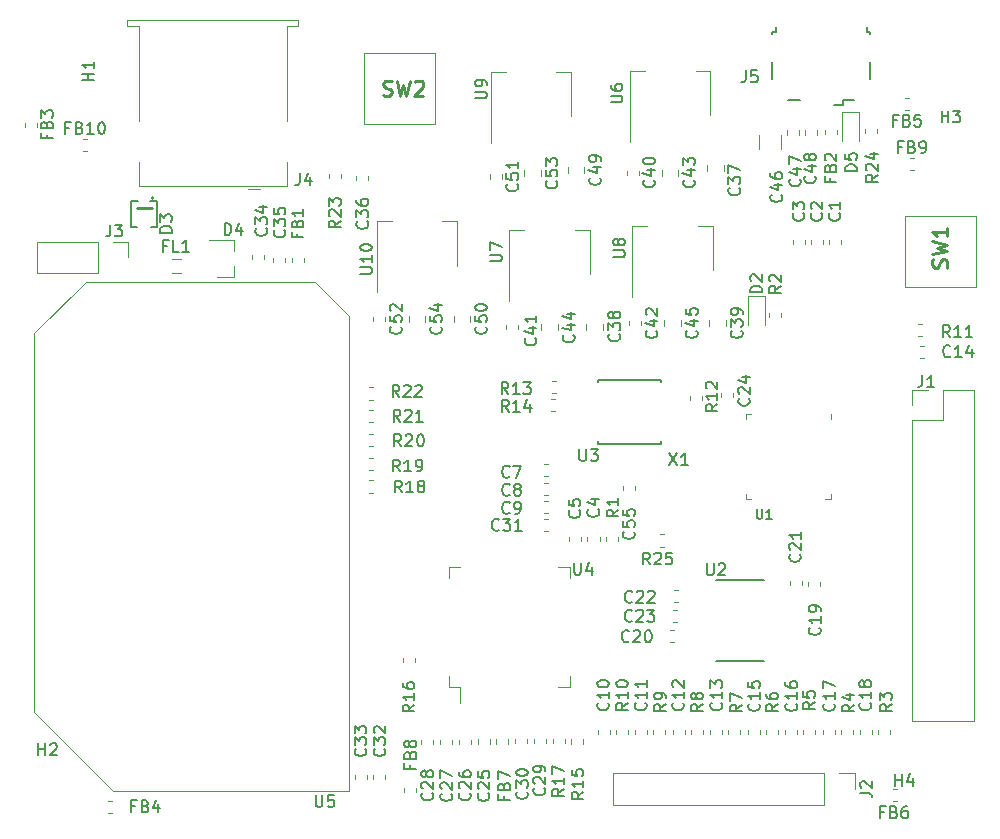
<source format=gbr>
G04 #@! TF.GenerationSoftware,KiCad,Pcbnew,5.1.4+dfsg1-1*
G04 #@! TF.CreationDate,2020-05-25T12:06:47-05:00*
G04 #@! TF.ProjectId,try1,74727931-2e6b-4696-9361-645f70636258,rev?*
G04 #@! TF.SameCoordinates,Original*
G04 #@! TF.FileFunction,Legend,Top*
G04 #@! TF.FilePolarity,Positive*
%FSLAX46Y46*%
G04 Gerber Fmt 4.6, Leading zero omitted, Abs format (unit mm)*
G04 Created by KiCad (PCBNEW 5.1.4+dfsg1-1) date 2020-05-25 12:06:47*
%MOMM*%
%LPD*%
G04 APERTURE LIST*
%ADD10C,0.120000*%
%ADD11C,0.152400*%
%ADD12C,0.127000*%
%ADD13C,0.100000*%
%ADD14C,0.254000*%
%ADD15C,0.150000*%
G04 APERTURE END LIST*
D10*
X39828733Y-52510000D02*
X40171267Y-52510000D01*
X39828733Y-51490000D02*
X40171267Y-51490000D01*
X109853733Y-54110000D02*
X110196267Y-54110000D01*
X109853733Y-53090000D02*
X110196267Y-53090000D01*
D11*
X97495764Y-88760300D02*
X93461449Y-88760300D01*
X93461436Y-95618300D02*
X97495751Y-95618300D01*
D12*
X83436320Y-71860000D02*
X88816320Y-71860000D01*
X83436320Y-77240000D02*
X88816320Y-77240000D01*
X83436320Y-71860000D02*
X83436320Y-72040000D01*
X88816320Y-71860000D02*
X88816320Y-72040000D01*
X88816320Y-77060000D02*
X88816320Y-77240000D01*
X83436320Y-77060000D02*
X83436320Y-77240000D01*
D10*
X68010000Y-106746267D02*
X68010000Y-106403733D01*
X66990000Y-106746267D02*
X66990000Y-106403733D01*
X105203300Y-105159500D02*
X105203300Y-106489500D01*
X103873300Y-105159500D02*
X105203300Y-105159500D01*
X102603300Y-105159500D02*
X102603300Y-107819500D01*
X102603300Y-107819500D02*
X84763300Y-107819500D01*
X102603300Y-105159500D02*
X84763300Y-105159500D01*
X84763300Y-105159500D02*
X84763300Y-107819500D01*
X102224300Y-89261767D02*
X102224300Y-88919233D01*
X101204300Y-89261767D02*
X101204300Y-88919233D01*
X79522533Y-72950800D02*
X79865067Y-72950800D01*
X79522533Y-71930800D02*
X79865067Y-71930800D01*
X100700300Y-89247767D02*
X100700300Y-88905233D01*
X99680300Y-89247767D02*
X99680300Y-88905233D01*
X64712800Y-64437700D02*
X64712800Y-58427700D01*
X71532800Y-62187700D02*
X71532800Y-58427700D01*
X64712800Y-58427700D02*
X65972800Y-58427700D01*
X71532800Y-58427700D02*
X70272800Y-58427700D01*
X62339000Y-66408400D02*
X59464000Y-63533400D01*
X62339000Y-106683400D02*
X62339000Y-66408400D01*
X42364000Y-106683400D02*
X62339000Y-106683400D01*
X35689000Y-100008400D02*
X42364000Y-106683400D01*
X35689000Y-67908400D02*
X35689000Y-100008400D01*
X40064000Y-63533400D02*
X35689000Y-67908400D01*
X59464000Y-63533400D02*
X40064000Y-63533400D01*
X73264300Y-102292233D02*
X73264300Y-102634767D01*
X74284300Y-102292233D02*
X74284300Y-102634767D01*
X62944280Y-54579813D02*
X62944280Y-54922347D01*
X63964280Y-54579813D02*
X63964280Y-54922347D01*
X54150800Y-61287733D02*
X54150800Y-61630267D01*
X55170800Y-61287733D02*
X55170800Y-61630267D01*
X110705973Y-69958680D02*
X111048507Y-69958680D01*
X110705973Y-68938680D02*
X111048507Y-68938680D01*
X104116200Y-49202200D02*
X104116200Y-51662200D01*
X105586200Y-49202200D02*
X104116200Y-49202200D01*
X105586200Y-51662200D02*
X105586200Y-49202200D01*
D13*
X69670000Y-44209440D02*
X69670000Y-50209440D01*
X63670000Y-44209440D02*
X69670000Y-44209440D01*
X63670000Y-50209440D02*
X63670000Y-44209440D01*
X69670000Y-50209440D02*
X63670000Y-50209440D01*
X109445800Y-57954920D02*
X115445800Y-57954920D01*
X109445800Y-63954920D02*
X109445800Y-57954920D01*
X115445800Y-63954920D02*
X109445800Y-63954920D01*
X115445800Y-57954920D02*
X115445800Y-63954920D01*
D10*
X96127900Y-64710200D02*
X96127900Y-67170200D01*
X97597900Y-64710200D02*
X96127900Y-64710200D01*
X97597900Y-67170200D02*
X97597900Y-64710200D01*
X103165300Y-75198600D02*
X103165300Y-74723600D01*
X95945300Y-81943600D02*
X96420300Y-81943600D01*
X95945300Y-81468600D02*
X95945300Y-81943600D01*
X95945300Y-74723600D02*
X96420300Y-74723600D01*
X95945300Y-75198600D02*
X95945300Y-74723600D01*
X103165300Y-81943600D02*
X102690300Y-81943600D01*
X103165300Y-81468600D02*
X103165300Y-81943600D01*
X110070000Y-72670000D02*
X111400000Y-72670000D01*
X110070000Y-74000000D02*
X110070000Y-72670000D01*
X112670000Y-72670000D02*
X115270000Y-72670000D01*
X112670000Y-75270000D02*
X112670000Y-72670000D01*
X110070000Y-75270000D02*
X112670000Y-75270000D01*
X115270000Y-72670000D02*
X115270000Y-100730000D01*
X110070000Y-75270000D02*
X110070000Y-100730000D01*
X110070000Y-100730000D02*
X115270000Y-100730000D01*
X74369880Y-51750000D02*
X74369880Y-45740000D01*
X81189880Y-49500000D02*
X81189880Y-45740000D01*
X74369880Y-45740000D02*
X75629880Y-45740000D01*
X81189880Y-45740000D02*
X79929880Y-45740000D01*
X86366300Y-64793300D02*
X86366300Y-58783300D01*
X93186300Y-62543300D02*
X93186300Y-58783300D01*
X86366300Y-58783300D02*
X87626300Y-58783300D01*
X93186300Y-58783300D02*
X91926300Y-58783300D01*
X82777380Y-59141440D02*
X81517380Y-59141440D01*
X75957380Y-59141440D02*
X77217380Y-59141440D01*
X82777380Y-62901440D02*
X82777380Y-59141440D01*
X75957380Y-65151440D02*
X75957380Y-59141440D01*
X86150400Y-51686900D02*
X86150400Y-45676900D01*
X92970400Y-49436900D02*
X92970400Y-45676900D01*
X86150400Y-45676900D02*
X87410400Y-45676900D01*
X92970400Y-45676900D02*
X91710400Y-45676900D01*
X75871800Y-102634767D02*
X75871800Y-102292233D01*
X74851800Y-102634767D02*
X74851800Y-102292233D01*
D13*
X48162600Y-62830000D02*
X47362600Y-62830000D01*
X48162600Y-61630000D02*
X47362600Y-61630000D01*
X45870539Y-56469760D02*
G75*
G03X45870539Y-56469760I-141419J0D01*
G01*
D12*
X44479120Y-56719760D02*
X43879120Y-56719760D01*
X43879120Y-56719760D02*
X43879120Y-58919760D01*
X43879120Y-58919760D02*
X44429120Y-58919760D01*
X45579120Y-58919760D02*
X46129120Y-58919760D01*
X46129120Y-58919760D02*
X46129120Y-56719760D01*
X46129120Y-56719760D02*
X45529120Y-56719760D01*
D14*
X44379120Y-57319760D02*
X45679120Y-57319760D01*
D10*
X108756267Y-106490000D02*
X108413733Y-106490000D01*
X108756267Y-107510000D02*
X108413733Y-107510000D01*
X109758267Y-48004000D02*
X109415733Y-48004000D01*
X109758267Y-49024000D02*
X109415733Y-49024000D01*
X41930533Y-108510000D02*
X42273067Y-108510000D01*
X41930533Y-107490000D02*
X42273067Y-107490000D01*
X34897600Y-50069933D02*
X34897600Y-50412467D01*
X35917600Y-50069933D02*
X35917600Y-50412467D01*
X102664800Y-50690933D02*
X102664800Y-51033467D01*
X103684800Y-50690933D02*
X103684800Y-51033467D01*
X57503600Y-61488533D02*
X57503600Y-61831067D01*
X58523600Y-61488533D02*
X58523600Y-61831067D01*
X103045800Y-60002633D02*
X103045800Y-60345167D01*
X104065800Y-60002633D02*
X104065800Y-60345167D01*
X101521800Y-60002633D02*
X101521800Y-60345167D01*
X102541800Y-60002633D02*
X102541800Y-60345167D01*
X99997800Y-60002633D02*
X99997800Y-60345167D01*
X101017800Y-60002633D02*
X101017800Y-60345167D01*
X83580700Y-85463167D02*
X83580700Y-85120633D01*
X82560700Y-85463167D02*
X82560700Y-85120633D01*
X82044000Y-85475867D02*
X82044000Y-85133333D01*
X81024000Y-85475867D02*
X81024000Y-85133333D01*
X78876877Y-80016801D02*
X79219411Y-80016801D01*
X78876877Y-78996801D02*
X79219411Y-78996801D01*
X78874833Y-81558300D02*
X79217367Y-81558300D01*
X78874833Y-80538300D02*
X79217367Y-80538300D01*
X78874833Y-83082300D02*
X79217367Y-83082300D01*
X78874833Y-82062300D02*
X79217367Y-82062300D01*
X84444300Y-101820767D02*
X84444300Y-101478233D01*
X83424300Y-101820767D02*
X83424300Y-101478233D01*
X87619300Y-101820767D02*
X87619300Y-101478233D01*
X86599300Y-101820767D02*
X86599300Y-101478233D01*
X90794300Y-101820767D02*
X90794300Y-101478233D01*
X89774300Y-101820767D02*
X89774300Y-101478233D01*
X93969300Y-101820767D02*
X93969300Y-101478233D01*
X92949300Y-101820767D02*
X92949300Y-101478233D01*
X97144300Y-101820767D02*
X97144300Y-101478233D01*
X96124300Y-101820767D02*
X96124300Y-101478233D01*
X100319300Y-101820767D02*
X100319300Y-101478233D01*
X99299300Y-101820767D02*
X99299300Y-101478233D01*
X103494300Y-101820767D02*
X103494300Y-101478233D01*
X102474300Y-101820767D02*
X102474300Y-101478233D01*
X106669300Y-101820767D02*
X106669300Y-101478233D01*
X105649300Y-101820767D02*
X105649300Y-101478233D01*
X89583413Y-94073440D02*
X89925947Y-94073440D01*
X89583413Y-93053440D02*
X89925947Y-93053440D01*
X89846173Y-90629200D02*
X90188707Y-90629200D01*
X89846173Y-89609200D02*
X90188707Y-89609200D01*
X89827093Y-92310000D02*
X90169627Y-92310000D01*
X89827093Y-91290000D02*
X90169627Y-91290000D01*
X93896720Y-72923613D02*
X93896720Y-73266147D01*
X94916720Y-72923613D02*
X94916720Y-73266147D01*
X71676800Y-102306233D02*
X71676800Y-102648767D01*
X72696800Y-102306233D02*
X72696800Y-102648767D01*
X70089300Y-102306233D02*
X70089300Y-102648767D01*
X71109300Y-102306233D02*
X71109300Y-102648767D01*
X68501800Y-102306233D02*
X68501800Y-102648767D01*
X69521800Y-102306233D02*
X69521800Y-102648767D01*
X78026800Y-102278233D02*
X78026800Y-102620767D01*
X79046800Y-102278233D02*
X79046800Y-102620767D01*
X76439300Y-102278233D02*
X76439300Y-102620767D01*
X77459300Y-102278233D02*
X77459300Y-102620767D01*
X65410000Y-105663067D02*
X65410000Y-105320533D01*
X64390000Y-105663067D02*
X64390000Y-105320533D01*
X63860000Y-105663067D02*
X63860000Y-105320533D01*
X62840000Y-105663067D02*
X62840000Y-105320533D01*
X55928800Y-61488533D02*
X55928800Y-61831067D01*
X56948800Y-61488533D02*
X56948800Y-61831067D01*
X92660400Y-53675648D02*
X92660400Y-54198152D01*
X94080400Y-53675648D02*
X94080400Y-54198152D01*
X83887380Y-67140188D02*
X83887380Y-67662692D01*
X82467380Y-67140188D02*
X82467380Y-67662692D01*
X92876300Y-66782048D02*
X92876300Y-67304552D01*
X94296300Y-66782048D02*
X94296300Y-67304552D01*
X85865240Y-54126313D02*
X85865240Y-54468847D01*
X86885240Y-54126313D02*
X86885240Y-54468847D01*
X76702380Y-67230173D02*
X76702380Y-67572707D01*
X75682380Y-67230173D02*
X75682380Y-67572707D01*
X86091300Y-66872033D02*
X86091300Y-67214567D01*
X87111300Y-66872033D02*
X87111300Y-67214567D01*
X88840240Y-54036328D02*
X88840240Y-54558832D01*
X90260240Y-54036328D02*
X90260240Y-54558832D01*
X80077380Y-67140188D02*
X80077380Y-67662692D01*
X78657380Y-67140188D02*
X78657380Y-67662692D01*
X89066300Y-66782048D02*
X89066300Y-67304552D01*
X90486300Y-66782048D02*
X90486300Y-67304552D01*
X98903200Y-52279964D02*
X98903200Y-51075836D01*
X97083200Y-52279964D02*
X97083200Y-51075836D01*
X100497100Y-51072867D02*
X100497100Y-50730333D01*
X99477100Y-51072867D02*
X99477100Y-50730333D01*
X102021100Y-51072867D02*
X102021100Y-50730333D01*
X101001100Y-51072867D02*
X101001100Y-50730333D01*
X80879880Y-53813748D02*
X80879880Y-54336252D01*
X82299880Y-53813748D02*
X82299880Y-54336252D01*
X71222800Y-66426448D02*
X71222800Y-66948952D01*
X72642800Y-66426448D02*
X72642800Y-66948952D01*
X74293000Y-54457813D02*
X74293000Y-54800347D01*
X75313000Y-54457813D02*
X75313000Y-54800347D01*
X64437800Y-66516433D02*
X64437800Y-66858967D01*
X65457800Y-66516433D02*
X65457800Y-66858967D01*
X77196880Y-54090828D02*
X77196880Y-54613332D01*
X78616880Y-54090828D02*
X78616880Y-54613332D01*
X67412800Y-66426448D02*
X67412800Y-66948952D01*
X68832800Y-66426448D02*
X68832800Y-66948952D01*
X86565200Y-81135067D02*
X86565200Y-80792533D01*
X85545200Y-81135067D02*
X85545200Y-80792533D01*
X52661600Y-63134400D02*
X51201600Y-63134400D01*
X52661600Y-59974400D02*
X50501600Y-59974400D01*
X52661600Y-59974400D02*
X52661600Y-60904400D01*
X52661600Y-63134400D02*
X52661600Y-62204400D01*
X43697200Y-60138000D02*
X43697200Y-61468000D01*
X42367200Y-60138000D02*
X43697200Y-60138000D01*
X41097200Y-60138000D02*
X41097200Y-62798000D01*
X41097200Y-62798000D02*
X35957200Y-62798000D01*
X41097200Y-60138000D02*
X35957200Y-60138000D01*
X35957200Y-60138000D02*
X35957200Y-62798000D01*
X58085680Y-41396480D02*
X43585680Y-41396480D01*
X43585680Y-41396480D02*
X43585680Y-41896480D01*
X43585680Y-41896480D02*
X44585680Y-41896480D01*
X44585680Y-41896480D02*
X44585680Y-49896480D01*
X44585680Y-53396480D02*
X44585680Y-55396480D01*
X44585680Y-55396480D02*
X57085680Y-55396480D01*
X57085680Y-55396480D02*
X57085680Y-53396480D01*
X57085680Y-49896480D02*
X57085680Y-41896480D01*
X57085680Y-41896480D02*
X58085680Y-41896480D01*
X58085680Y-41896480D02*
X58085680Y-41396480D01*
X54835680Y-55646480D02*
X53835680Y-55646480D01*
D15*
X100562000Y-48120000D02*
X99562000Y-48120000D01*
X104162000Y-48120000D02*
X105162000Y-48120000D01*
X104162000Y-48545000D02*
X104162000Y-48120000D01*
X103437000Y-48545000D02*
X104162000Y-48545000D01*
X98212000Y-44970000D02*
X98212000Y-46370000D01*
X98212000Y-42420000D02*
X98212000Y-42570000D01*
X98512000Y-42420000D02*
X98212000Y-42420000D01*
X98512000Y-41970000D02*
X98512000Y-42420000D01*
X106212000Y-42420000D02*
X106212000Y-41970000D01*
X106512000Y-42420000D02*
X106212000Y-42420000D01*
X106512000Y-42570000D02*
X106512000Y-42420000D01*
X106512000Y-46370000D02*
X106512000Y-44970000D01*
D10*
X84122800Y-85133333D02*
X84122800Y-85475867D01*
X85142800Y-85133333D02*
X85142800Y-85475867D01*
X97940400Y-66212933D02*
X97940400Y-66555467D01*
X98960400Y-66212933D02*
X98960400Y-66555467D01*
X107173300Y-101478233D02*
X107173300Y-101820767D01*
X108193300Y-101478233D02*
X108193300Y-101820767D01*
X103998300Y-101478233D02*
X103998300Y-101820767D01*
X105018300Y-101478233D02*
X105018300Y-101820767D01*
X100823300Y-101478233D02*
X100823300Y-101820767D01*
X101843300Y-101478233D02*
X101843300Y-101820767D01*
X97648300Y-101478233D02*
X97648300Y-101820767D01*
X98668300Y-101478233D02*
X98668300Y-101820767D01*
X94473300Y-101478233D02*
X94473300Y-101820767D01*
X95493300Y-101478233D02*
X95493300Y-101820767D01*
X91298300Y-101478233D02*
X91298300Y-101820767D01*
X92318300Y-101478233D02*
X92318300Y-101820767D01*
X88123300Y-101478233D02*
X88123300Y-101820767D01*
X89143300Y-101478233D02*
X89143300Y-101820767D01*
X84948300Y-101478233D02*
X84948300Y-101820767D01*
X85968300Y-101478233D02*
X85968300Y-101820767D01*
X110925427Y-67114960D02*
X110582893Y-67114960D01*
X110925427Y-68134960D02*
X110582893Y-68134960D01*
X92224320Y-73586187D02*
X92224320Y-73243653D01*
X91204320Y-73586187D02*
X91204320Y-73243653D01*
X79846267Y-73490000D02*
X79503733Y-73490000D01*
X79846267Y-74510000D02*
X79503733Y-74510000D01*
X82221800Y-102634767D02*
X82221800Y-102292233D01*
X81201800Y-102634767D02*
X81201800Y-102292233D01*
X66952400Y-95372133D02*
X66952400Y-95714667D01*
X67972400Y-95372133D02*
X67972400Y-95714667D01*
X80634300Y-102620767D02*
X80634300Y-102278233D01*
X79614300Y-102620767D02*
X79614300Y-102278233D01*
X64051333Y-77472000D02*
X64393867Y-77472000D01*
X64051333Y-76452000D02*
X64393867Y-76452000D01*
X64051333Y-75440000D02*
X64393867Y-75440000D01*
X64051333Y-74420000D02*
X64393867Y-74420000D01*
X64051333Y-73509600D02*
X64393867Y-73509600D01*
X64051333Y-72489600D02*
X64393867Y-72489600D01*
X60693840Y-54422253D02*
X60693840Y-54764787D01*
X61713840Y-54422253D02*
X61713840Y-54764787D01*
X106068400Y-50628733D02*
X106068400Y-50971267D01*
X107088400Y-50628733D02*
X107088400Y-50971267D01*
X89020467Y-84935600D02*
X88677933Y-84935600D01*
X89020467Y-85955600D02*
X88677933Y-85955600D01*
X71786000Y-97870800D02*
X71786000Y-99210800D01*
X70836000Y-97870800D02*
X71786000Y-97870800D01*
X70836000Y-96920800D02*
X70836000Y-97870800D01*
X70836000Y-87650800D02*
X71786000Y-87650800D01*
X70836000Y-88600800D02*
X70836000Y-87650800D01*
X81056000Y-97870800D02*
X80106000Y-97870800D01*
X81056000Y-96920800D02*
X81056000Y-97870800D01*
X81056000Y-87650800D02*
X80106000Y-87650800D01*
X81056000Y-88600800D02*
X81056000Y-87650800D01*
X78860833Y-84606300D02*
X79203367Y-84606300D01*
X78860833Y-83586300D02*
X79203367Y-83586300D01*
X64051333Y-81383600D02*
X64393867Y-81383600D01*
X64051333Y-80363600D02*
X64393867Y-80363600D01*
X64028533Y-79504000D02*
X64371067Y-79504000D01*
X64028533Y-78484000D02*
X64371067Y-78484000D01*
D15*
X38690476Y-50498571D02*
X38357142Y-50498571D01*
X38357142Y-51022380D02*
X38357142Y-50022380D01*
X38833333Y-50022380D01*
X39547619Y-50498571D02*
X39690476Y-50546190D01*
X39738095Y-50593809D01*
X39785714Y-50689047D01*
X39785714Y-50831904D01*
X39738095Y-50927142D01*
X39690476Y-50974761D01*
X39595238Y-51022380D01*
X39214285Y-51022380D01*
X39214285Y-50022380D01*
X39547619Y-50022380D01*
X39642857Y-50070000D01*
X39690476Y-50117619D01*
X39738095Y-50212857D01*
X39738095Y-50308095D01*
X39690476Y-50403333D01*
X39642857Y-50450952D01*
X39547619Y-50498571D01*
X39214285Y-50498571D01*
X40738095Y-51022380D02*
X40166666Y-51022380D01*
X40452380Y-51022380D02*
X40452380Y-50022380D01*
X40357142Y-50165238D01*
X40261904Y-50260476D01*
X40166666Y-50308095D01*
X41357142Y-50022380D02*
X41452380Y-50022380D01*
X41547619Y-50070000D01*
X41595238Y-50117619D01*
X41642857Y-50212857D01*
X41690476Y-50403333D01*
X41690476Y-50641428D01*
X41642857Y-50831904D01*
X41595238Y-50927142D01*
X41547619Y-50974761D01*
X41452380Y-51022380D01*
X41357142Y-51022380D01*
X41261904Y-50974761D01*
X41214285Y-50927142D01*
X41166666Y-50831904D01*
X41119047Y-50641428D01*
X41119047Y-50403333D01*
X41166666Y-50212857D01*
X41214285Y-50117619D01*
X41261904Y-50070000D01*
X41357142Y-50022380D01*
X109191666Y-52098571D02*
X108858333Y-52098571D01*
X108858333Y-52622380D02*
X108858333Y-51622380D01*
X109334523Y-51622380D01*
X110048809Y-52098571D02*
X110191666Y-52146190D01*
X110239285Y-52193809D01*
X110286904Y-52289047D01*
X110286904Y-52431904D01*
X110239285Y-52527142D01*
X110191666Y-52574761D01*
X110096428Y-52622380D01*
X109715476Y-52622380D01*
X109715476Y-51622380D01*
X110048809Y-51622380D01*
X110144047Y-51670000D01*
X110191666Y-51717619D01*
X110239285Y-51812857D01*
X110239285Y-51908095D01*
X110191666Y-52003333D01*
X110144047Y-52050952D01*
X110048809Y-52098571D01*
X109715476Y-52098571D01*
X110763095Y-52622380D02*
X110953571Y-52622380D01*
X111048809Y-52574761D01*
X111096428Y-52527142D01*
X111191666Y-52384285D01*
X111239285Y-52193809D01*
X111239285Y-51812857D01*
X111191666Y-51717619D01*
X111144047Y-51670000D01*
X111048809Y-51622380D01*
X110858333Y-51622380D01*
X110763095Y-51670000D01*
X110715476Y-51717619D01*
X110667857Y-51812857D01*
X110667857Y-52050952D01*
X110715476Y-52146190D01*
X110763095Y-52193809D01*
X110858333Y-52241428D01*
X111048809Y-52241428D01*
X111144047Y-52193809D01*
X111191666Y-52146190D01*
X111239285Y-52050952D01*
X92659295Y-87387180D02*
X92659295Y-88196704D01*
X92706914Y-88291942D01*
X92754533Y-88339561D01*
X92849771Y-88387180D01*
X93040247Y-88387180D01*
X93135485Y-88339561D01*
X93183104Y-88291942D01*
X93230723Y-88196704D01*
X93230723Y-87387180D01*
X93659295Y-87482419D02*
X93706914Y-87434800D01*
X93802152Y-87387180D01*
X94040247Y-87387180D01*
X94135485Y-87434800D01*
X94183104Y-87482419D01*
X94230723Y-87577657D01*
X94230723Y-87672895D01*
X94183104Y-87815752D01*
X93611676Y-88387180D01*
X94230723Y-88387180D01*
X81873627Y-77710185D02*
X81873627Y-78520589D01*
X81921297Y-78615931D01*
X81968968Y-78663601D01*
X82064310Y-78711272D01*
X82254993Y-78711272D01*
X82350335Y-78663601D01*
X82398005Y-78615931D01*
X82445676Y-78520589D01*
X82445676Y-77710185D01*
X82827043Y-77710185D02*
X83446763Y-77710185D01*
X83113068Y-78091552D01*
X83256080Y-78091552D01*
X83351422Y-78139222D01*
X83399092Y-78186893D01*
X83446763Y-78282235D01*
X83446763Y-78520589D01*
X83399092Y-78615931D01*
X83351422Y-78663601D01*
X83256080Y-78711272D01*
X82970055Y-78711272D01*
X82874714Y-78663601D01*
X82827043Y-78615931D01*
X67528571Y-104433333D02*
X67528571Y-104766666D01*
X68052380Y-104766666D02*
X67052380Y-104766666D01*
X67052380Y-104290476D01*
X67528571Y-103576190D02*
X67576190Y-103433333D01*
X67623809Y-103385714D01*
X67719047Y-103338095D01*
X67861904Y-103338095D01*
X67957142Y-103385714D01*
X68004761Y-103433333D01*
X68052380Y-103528571D01*
X68052380Y-103909523D01*
X67052380Y-103909523D01*
X67052380Y-103576190D01*
X67100000Y-103480952D01*
X67147619Y-103433333D01*
X67242857Y-103385714D01*
X67338095Y-103385714D01*
X67433333Y-103433333D01*
X67480952Y-103480952D01*
X67528571Y-103576190D01*
X67528571Y-103909523D01*
X67480952Y-102766666D02*
X67433333Y-102861904D01*
X67385714Y-102909523D01*
X67290476Y-102957142D01*
X67242857Y-102957142D01*
X67147619Y-102909523D01*
X67100000Y-102861904D01*
X67052380Y-102766666D01*
X67052380Y-102576190D01*
X67100000Y-102480952D01*
X67147619Y-102433333D01*
X67242857Y-102385714D01*
X67290476Y-102385714D01*
X67385714Y-102433333D01*
X67433333Y-102480952D01*
X67480952Y-102576190D01*
X67480952Y-102766666D01*
X67528571Y-102861904D01*
X67576190Y-102909523D01*
X67671428Y-102957142D01*
X67861904Y-102957142D01*
X67957142Y-102909523D01*
X68004761Y-102861904D01*
X68052380Y-102766666D01*
X68052380Y-102576190D01*
X68004761Y-102480952D01*
X67957142Y-102433333D01*
X67861904Y-102385714D01*
X67671428Y-102385714D01*
X67576190Y-102433333D01*
X67528571Y-102480952D01*
X67480952Y-102576190D01*
X105655680Y-106822833D02*
X106369966Y-106822833D01*
X106512823Y-106870452D01*
X106608061Y-106965690D01*
X106655680Y-107108547D01*
X106655680Y-107203785D01*
X105750919Y-106394261D02*
X105703300Y-106346642D01*
X105655680Y-106251404D01*
X105655680Y-106013309D01*
X105703300Y-105918071D01*
X105750919Y-105870452D01*
X105846157Y-105822833D01*
X105941395Y-105822833D01*
X106084252Y-105870452D01*
X106655680Y-106441880D01*
X106655680Y-105822833D01*
X102200982Y-92827077D02*
X102248601Y-92874696D01*
X102296220Y-93017553D01*
X102296220Y-93112791D01*
X102248601Y-93255648D01*
X102153363Y-93350886D01*
X102058125Y-93398505D01*
X101867649Y-93446124D01*
X101724792Y-93446124D01*
X101534316Y-93398505D01*
X101439078Y-93350886D01*
X101343840Y-93255648D01*
X101296220Y-93112791D01*
X101296220Y-93017553D01*
X101343840Y-92874696D01*
X101391459Y-92827077D01*
X102296220Y-91874696D02*
X102296220Y-92446124D01*
X102296220Y-92160410D02*
X101296220Y-92160410D01*
X101439078Y-92255648D01*
X101534316Y-92350886D01*
X101581935Y-92446124D01*
X102296220Y-91398505D02*
X102296220Y-91208029D01*
X102248601Y-91112791D01*
X102200982Y-91065172D01*
X102058125Y-90969934D01*
X101867649Y-90922315D01*
X101486697Y-90922315D01*
X101391459Y-90969934D01*
X101343840Y-91017553D01*
X101296220Y-91112791D01*
X101296220Y-91303267D01*
X101343840Y-91398505D01*
X101391459Y-91446124D01*
X101486697Y-91493743D01*
X101724792Y-91493743D01*
X101820030Y-91446124D01*
X101867649Y-91398505D01*
X101915268Y-91303267D01*
X101915268Y-91112791D01*
X101867649Y-91017553D01*
X101820030Y-90969934D01*
X101724792Y-90922315D01*
X75857142Y-73052380D02*
X75523809Y-72576190D01*
X75285714Y-73052380D02*
X75285714Y-72052380D01*
X75666666Y-72052380D01*
X75761904Y-72100000D01*
X75809523Y-72147619D01*
X75857142Y-72242857D01*
X75857142Y-72385714D01*
X75809523Y-72480952D01*
X75761904Y-72528571D01*
X75666666Y-72576190D01*
X75285714Y-72576190D01*
X76809523Y-73052380D02*
X76238095Y-73052380D01*
X76523809Y-73052380D02*
X76523809Y-72052380D01*
X76428571Y-72195238D01*
X76333333Y-72290476D01*
X76238095Y-72338095D01*
X77142857Y-72052380D02*
X77761904Y-72052380D01*
X77428571Y-72433333D01*
X77571428Y-72433333D01*
X77666666Y-72480952D01*
X77714285Y-72528571D01*
X77761904Y-72623809D01*
X77761904Y-72861904D01*
X77714285Y-72957142D01*
X77666666Y-73004761D01*
X77571428Y-73052380D01*
X77285714Y-73052380D01*
X77190476Y-73004761D01*
X77142857Y-72957142D01*
X100547442Y-86619257D02*
X100595061Y-86666876D01*
X100642680Y-86809733D01*
X100642680Y-86904971D01*
X100595061Y-87047828D01*
X100499823Y-87143066D01*
X100404585Y-87190685D01*
X100214109Y-87238304D01*
X100071252Y-87238304D01*
X99880776Y-87190685D01*
X99785538Y-87143066D01*
X99690300Y-87047828D01*
X99642680Y-86904971D01*
X99642680Y-86809733D01*
X99690300Y-86666876D01*
X99737919Y-86619257D01*
X99737919Y-86238304D02*
X99690300Y-86190685D01*
X99642680Y-86095447D01*
X99642680Y-85857352D01*
X99690300Y-85762114D01*
X99737919Y-85714495D01*
X99833157Y-85666876D01*
X99928395Y-85666876D01*
X100071252Y-85714495D01*
X100642680Y-86285923D01*
X100642680Y-85666876D01*
X100642680Y-84714495D02*
X100642680Y-85285923D01*
X100642680Y-85000209D02*
X99642680Y-85000209D01*
X99785538Y-85095447D01*
X99880776Y-85190685D01*
X99928395Y-85285923D01*
X63313060Y-62878815D02*
X64122584Y-62878815D01*
X64217822Y-62831196D01*
X64265441Y-62783577D01*
X64313060Y-62688339D01*
X64313060Y-62497862D01*
X64265441Y-62402624D01*
X64217822Y-62355005D01*
X64122584Y-62307386D01*
X63313060Y-62307386D01*
X64313060Y-61307386D02*
X64313060Y-61878815D01*
X64313060Y-61593100D02*
X63313060Y-61593100D01*
X63455918Y-61688339D01*
X63551156Y-61783577D01*
X63598775Y-61878815D01*
X63313060Y-60688339D02*
X63313060Y-60593100D01*
X63360680Y-60497862D01*
X63408299Y-60450243D01*
X63503537Y-60402624D01*
X63694013Y-60355005D01*
X63932108Y-60355005D01*
X64122584Y-60402624D01*
X64217822Y-60450243D01*
X64265441Y-60497862D01*
X64313060Y-60593100D01*
X64313060Y-60688339D01*
X64265441Y-60783577D01*
X64217822Y-60831196D01*
X64122584Y-60878815D01*
X63932108Y-60926434D01*
X63694013Y-60926434D01*
X63503537Y-60878815D01*
X63408299Y-60831196D01*
X63360680Y-60783577D01*
X63313060Y-60688339D01*
X59552095Y-107010780D02*
X59552095Y-107820304D01*
X59599714Y-107915542D01*
X59647333Y-107963161D01*
X59742571Y-108010780D01*
X59933047Y-108010780D01*
X60028285Y-107963161D01*
X60075904Y-107915542D01*
X60123523Y-107820304D01*
X60123523Y-107010780D01*
X61075904Y-107010780D02*
X60599714Y-107010780D01*
X60552095Y-107486971D01*
X60599714Y-107439352D01*
X60694952Y-107391733D01*
X60933047Y-107391733D01*
X61028285Y-107439352D01*
X61075904Y-107486971D01*
X61123523Y-107582209D01*
X61123523Y-107820304D01*
X61075904Y-107915542D01*
X61028285Y-107963161D01*
X60933047Y-108010780D01*
X60694952Y-108010780D01*
X60599714Y-107963161D01*
X60552095Y-107915542D01*
X74164442Y-106852857D02*
X74212061Y-106900476D01*
X74259680Y-107043333D01*
X74259680Y-107138571D01*
X74212061Y-107281428D01*
X74116823Y-107376666D01*
X74021585Y-107424285D01*
X73831109Y-107471904D01*
X73688252Y-107471904D01*
X73497776Y-107424285D01*
X73402538Y-107376666D01*
X73307300Y-107281428D01*
X73259680Y-107138571D01*
X73259680Y-107043333D01*
X73307300Y-106900476D01*
X73354919Y-106852857D01*
X73354919Y-106471904D02*
X73307300Y-106424285D01*
X73259680Y-106329047D01*
X73259680Y-106090952D01*
X73307300Y-105995714D01*
X73354919Y-105948095D01*
X73450157Y-105900476D01*
X73545395Y-105900476D01*
X73688252Y-105948095D01*
X74259680Y-106519523D01*
X74259680Y-105900476D01*
X73259680Y-104995714D02*
X73259680Y-105471904D01*
X73735871Y-105519523D01*
X73688252Y-105471904D01*
X73640633Y-105376666D01*
X73640633Y-105138571D01*
X73688252Y-105043333D01*
X73735871Y-104995714D01*
X73831109Y-104948095D01*
X74069204Y-104948095D01*
X74164442Y-104995714D01*
X74212061Y-105043333D01*
X74259680Y-105138571D01*
X74259680Y-105376666D01*
X74212061Y-105471904D01*
X74164442Y-105519523D01*
X63902862Y-58427857D02*
X63950481Y-58475476D01*
X63998100Y-58618333D01*
X63998100Y-58713571D01*
X63950481Y-58856428D01*
X63855243Y-58951666D01*
X63760005Y-58999285D01*
X63569529Y-59046904D01*
X63426672Y-59046904D01*
X63236196Y-58999285D01*
X63140958Y-58951666D01*
X63045720Y-58856428D01*
X62998100Y-58713571D01*
X62998100Y-58618333D01*
X63045720Y-58475476D01*
X63093339Y-58427857D01*
X62998100Y-58094523D02*
X62998100Y-57475476D01*
X63379053Y-57808809D01*
X63379053Y-57665952D01*
X63426672Y-57570714D01*
X63474291Y-57523095D01*
X63569529Y-57475476D01*
X63807624Y-57475476D01*
X63902862Y-57523095D01*
X63950481Y-57570714D01*
X63998100Y-57665952D01*
X63998100Y-57951666D01*
X63950481Y-58046904D01*
X63902862Y-58094523D01*
X62998100Y-56618333D02*
X62998100Y-56808809D01*
X63045720Y-56904047D01*
X63093339Y-56951666D01*
X63236196Y-57046904D01*
X63426672Y-57094523D01*
X63807624Y-57094523D01*
X63902862Y-57046904D01*
X63950481Y-56999285D01*
X63998100Y-56904047D01*
X63998100Y-56713571D01*
X63950481Y-56618333D01*
X63902862Y-56570714D01*
X63807624Y-56523095D01*
X63569529Y-56523095D01*
X63474291Y-56570714D01*
X63426672Y-56618333D01*
X63379053Y-56713571D01*
X63379053Y-56904047D01*
X63426672Y-56999285D01*
X63474291Y-57046904D01*
X63569529Y-57094523D01*
X55337982Y-59017137D02*
X55385601Y-59064756D01*
X55433220Y-59207613D01*
X55433220Y-59302851D01*
X55385601Y-59445708D01*
X55290363Y-59540946D01*
X55195125Y-59588565D01*
X55004649Y-59636184D01*
X54861792Y-59636184D01*
X54671316Y-59588565D01*
X54576078Y-59540946D01*
X54480840Y-59445708D01*
X54433220Y-59302851D01*
X54433220Y-59207613D01*
X54480840Y-59064756D01*
X54528459Y-59017137D01*
X54433220Y-58683803D02*
X54433220Y-58064756D01*
X54814173Y-58398089D01*
X54814173Y-58255232D01*
X54861792Y-58159994D01*
X54909411Y-58112375D01*
X55004649Y-58064756D01*
X55242744Y-58064756D01*
X55337982Y-58112375D01*
X55385601Y-58159994D01*
X55433220Y-58255232D01*
X55433220Y-58540946D01*
X55385601Y-58636184D01*
X55337982Y-58683803D01*
X54766554Y-57207613D02*
X55433220Y-57207613D01*
X54385601Y-57445708D02*
X55099887Y-57683803D01*
X55099887Y-57064756D01*
X113291382Y-69821062D02*
X113243763Y-69868681D01*
X113100906Y-69916300D01*
X113005668Y-69916300D01*
X112862811Y-69868681D01*
X112767573Y-69773443D01*
X112719954Y-69678205D01*
X112672335Y-69487729D01*
X112672335Y-69344872D01*
X112719954Y-69154396D01*
X112767573Y-69059158D01*
X112862811Y-68963920D01*
X113005668Y-68916300D01*
X113100906Y-68916300D01*
X113243763Y-68963920D01*
X113291382Y-69011539D01*
X114243763Y-69916300D02*
X113672335Y-69916300D01*
X113958049Y-69916300D02*
X113958049Y-68916300D01*
X113862811Y-69059158D01*
X113767573Y-69154396D01*
X113672335Y-69202015D01*
X115100906Y-69249634D02*
X115100906Y-69916300D01*
X114862811Y-68868681D02*
X114624716Y-69582967D01*
X115243763Y-69582967D01*
X105354380Y-54179695D02*
X104354380Y-54179695D01*
X104354380Y-53941600D01*
X104402000Y-53798742D01*
X104497238Y-53703504D01*
X104592476Y-53655885D01*
X104782952Y-53608266D01*
X104925809Y-53608266D01*
X105116285Y-53655885D01*
X105211523Y-53703504D01*
X105306761Y-53798742D01*
X105354380Y-53941600D01*
X105354380Y-54179695D01*
X104354380Y-52703504D02*
X104354380Y-53179695D01*
X104830571Y-53227314D01*
X104782952Y-53179695D01*
X104735333Y-53084457D01*
X104735333Y-52846361D01*
X104782952Y-52751123D01*
X104830571Y-52703504D01*
X104925809Y-52655885D01*
X105163904Y-52655885D01*
X105259142Y-52703504D01*
X105306761Y-52751123D01*
X105354380Y-52846361D01*
X105354380Y-53084457D01*
X105306761Y-53179695D01*
X105259142Y-53227314D01*
D14*
X65276666Y-47723487D02*
X65458095Y-47783963D01*
X65760476Y-47783963D01*
X65881428Y-47723487D01*
X65941904Y-47663011D01*
X66002380Y-47542059D01*
X66002380Y-47421106D01*
X65941904Y-47300154D01*
X65881428Y-47239678D01*
X65760476Y-47179201D01*
X65518571Y-47118725D01*
X65397619Y-47058249D01*
X65337142Y-46997773D01*
X65276666Y-46876820D01*
X65276666Y-46755868D01*
X65337142Y-46634916D01*
X65397619Y-46574440D01*
X65518571Y-46513963D01*
X65820952Y-46513963D01*
X66002380Y-46574440D01*
X66425714Y-46513963D02*
X66728095Y-47783963D01*
X66970000Y-46876820D01*
X67211904Y-47783963D01*
X67514285Y-46513963D01*
X67937619Y-46634916D02*
X67998095Y-46574440D01*
X68119047Y-46513963D01*
X68421428Y-46513963D01*
X68542380Y-46574440D01*
X68602857Y-46634916D01*
X68663333Y-46755868D01*
X68663333Y-46876820D01*
X68602857Y-47058249D01*
X67877142Y-47783963D01*
X68663333Y-47783963D01*
X112959847Y-62348253D02*
X113020323Y-62166824D01*
X113020323Y-61864443D01*
X112959847Y-61743491D01*
X112899371Y-61683015D01*
X112778419Y-61622539D01*
X112657466Y-61622539D01*
X112536514Y-61683015D01*
X112476038Y-61743491D01*
X112415561Y-61864443D01*
X112355085Y-62106348D01*
X112294609Y-62227300D01*
X112234133Y-62287777D01*
X112113180Y-62348253D01*
X111992228Y-62348253D01*
X111871276Y-62287777D01*
X111810800Y-62227300D01*
X111750323Y-62106348D01*
X111750323Y-61803967D01*
X111810800Y-61622539D01*
X111750323Y-61199205D02*
X113020323Y-60896824D01*
X112113180Y-60654920D01*
X113020323Y-60413015D01*
X111750323Y-60110634D01*
X113020323Y-58961586D02*
X113020323Y-59687300D01*
X113020323Y-59324443D02*
X111750323Y-59324443D01*
X111931752Y-59445396D01*
X112052704Y-59566348D01*
X112113180Y-59687300D01*
D15*
X97348280Y-64441295D02*
X96348280Y-64441295D01*
X96348280Y-64203200D01*
X96395900Y-64060342D01*
X96491138Y-63965104D01*
X96586376Y-63917485D01*
X96776852Y-63869866D01*
X96919709Y-63869866D01*
X97110185Y-63917485D01*
X97205423Y-63965104D01*
X97300661Y-64060342D01*
X97348280Y-64203200D01*
X97348280Y-64441295D01*
X96443519Y-63488914D02*
X96395900Y-63441295D01*
X96348280Y-63346057D01*
X96348280Y-63107961D01*
X96395900Y-63012723D01*
X96443519Y-62965104D01*
X96538757Y-62917485D01*
X96633995Y-62917485D01*
X96776852Y-62965104D01*
X97348280Y-63536533D01*
X97348280Y-62917485D01*
X96890476Y-82811904D02*
X96890476Y-83459523D01*
X96928571Y-83535714D01*
X96966666Y-83573809D01*
X97042857Y-83611904D01*
X97195238Y-83611904D01*
X97271428Y-83573809D01*
X97309523Y-83535714D01*
X97347619Y-83459523D01*
X97347619Y-82811904D01*
X98147619Y-83611904D02*
X97690476Y-83611904D01*
X97919047Y-83611904D02*
X97919047Y-82811904D01*
X97842857Y-82926190D01*
X97766666Y-83002380D01*
X97690476Y-83040476D01*
X110916666Y-71452380D02*
X110916666Y-72166666D01*
X110869047Y-72309523D01*
X110773809Y-72404761D01*
X110630952Y-72452380D01*
X110535714Y-72452380D01*
X111916666Y-72452380D02*
X111345238Y-72452380D01*
X111630952Y-72452380D02*
X111630952Y-71452380D01*
X111535714Y-71595238D01*
X111440476Y-71690476D01*
X111345238Y-71738095D01*
X89490476Y-78052380D02*
X90157142Y-79052380D01*
X90157142Y-78052380D02*
X89490476Y-79052380D01*
X91061904Y-79052380D02*
X90490476Y-79052380D01*
X90776190Y-79052380D02*
X90776190Y-78052380D01*
X90680952Y-78195238D01*
X90585714Y-78290476D01*
X90490476Y-78338095D01*
X73041260Y-48005504D02*
X73850784Y-48005504D01*
X73946022Y-47957885D01*
X73993641Y-47910266D01*
X74041260Y-47815028D01*
X74041260Y-47624552D01*
X73993641Y-47529314D01*
X73946022Y-47481695D01*
X73850784Y-47434076D01*
X73041260Y-47434076D01*
X74041260Y-46910266D02*
X74041260Y-46719790D01*
X73993641Y-46624552D01*
X73946022Y-46576933D01*
X73803165Y-46481695D01*
X73612689Y-46434076D01*
X73231737Y-46434076D01*
X73136499Y-46481695D01*
X73088880Y-46529314D01*
X73041260Y-46624552D01*
X73041260Y-46815028D01*
X73088880Y-46910266D01*
X73136499Y-46957885D01*
X73231737Y-47005504D01*
X73469832Y-47005504D01*
X73565070Y-46957885D01*
X73612689Y-46910266D01*
X73660308Y-46815028D01*
X73660308Y-46624552D01*
X73612689Y-46529314D01*
X73565070Y-46481695D01*
X73469832Y-46434076D01*
X84728680Y-61455204D02*
X85538204Y-61455204D01*
X85633442Y-61407585D01*
X85681061Y-61359966D01*
X85728680Y-61264728D01*
X85728680Y-61074252D01*
X85681061Y-60979014D01*
X85633442Y-60931395D01*
X85538204Y-60883776D01*
X84728680Y-60883776D01*
X85157252Y-60264728D02*
X85109633Y-60359966D01*
X85062014Y-60407585D01*
X84966776Y-60455204D01*
X84919157Y-60455204D01*
X84823919Y-60407585D01*
X84776300Y-60359966D01*
X84728680Y-60264728D01*
X84728680Y-60074252D01*
X84776300Y-59979014D01*
X84823919Y-59931395D01*
X84919157Y-59883776D01*
X84966776Y-59883776D01*
X85062014Y-59931395D01*
X85109633Y-59979014D01*
X85157252Y-60074252D01*
X85157252Y-60264728D01*
X85204871Y-60359966D01*
X85252490Y-60407585D01*
X85347728Y-60455204D01*
X85538204Y-60455204D01*
X85633442Y-60407585D01*
X85681061Y-60359966D01*
X85728680Y-60264728D01*
X85728680Y-60074252D01*
X85681061Y-59979014D01*
X85633442Y-59931395D01*
X85538204Y-59883776D01*
X85347728Y-59883776D01*
X85252490Y-59931395D01*
X85204871Y-59979014D01*
X85157252Y-60074252D01*
X74319760Y-61813344D02*
X75129284Y-61813344D01*
X75224522Y-61765725D01*
X75272141Y-61718106D01*
X75319760Y-61622868D01*
X75319760Y-61432392D01*
X75272141Y-61337154D01*
X75224522Y-61289535D01*
X75129284Y-61241916D01*
X74319760Y-61241916D01*
X74319760Y-60860963D02*
X74319760Y-60194297D01*
X75319760Y-60622868D01*
X84512780Y-48348804D02*
X85322304Y-48348804D01*
X85417542Y-48301185D01*
X85465161Y-48253566D01*
X85512780Y-48158328D01*
X85512780Y-47967852D01*
X85465161Y-47872614D01*
X85417542Y-47824995D01*
X85322304Y-47777376D01*
X84512780Y-47777376D01*
X84512780Y-46872614D02*
X84512780Y-47063090D01*
X84560400Y-47158328D01*
X84608019Y-47205947D01*
X84750876Y-47301185D01*
X84941352Y-47348804D01*
X85322304Y-47348804D01*
X85417542Y-47301185D01*
X85465161Y-47253566D01*
X85512780Y-47158328D01*
X85512780Y-46967852D01*
X85465161Y-46872614D01*
X85417542Y-46824995D01*
X85322304Y-46777376D01*
X85084209Y-46777376D01*
X84988971Y-46824995D01*
X84941352Y-46872614D01*
X84893733Y-46967852D01*
X84893733Y-47158328D01*
X84941352Y-47253566D01*
X84988971Y-47301185D01*
X85084209Y-47348804D01*
X75468171Y-107094133D02*
X75468171Y-107427466D01*
X75991980Y-107427466D02*
X74991980Y-107427466D01*
X74991980Y-106951276D01*
X75468171Y-106236990D02*
X75515790Y-106094133D01*
X75563409Y-106046514D01*
X75658647Y-105998895D01*
X75801504Y-105998895D01*
X75896742Y-106046514D01*
X75944361Y-106094133D01*
X75991980Y-106189371D01*
X75991980Y-106570323D01*
X74991980Y-106570323D01*
X74991980Y-106236990D01*
X75039600Y-106141752D01*
X75087219Y-106094133D01*
X75182457Y-106046514D01*
X75277695Y-106046514D01*
X75372933Y-106094133D01*
X75420552Y-106141752D01*
X75468171Y-106236990D01*
X75468171Y-106570323D01*
X74991980Y-105665561D02*
X74991980Y-104998895D01*
X75991980Y-105427466D01*
X46963104Y-60482171D02*
X46629771Y-60482171D01*
X46629771Y-61005980D02*
X46629771Y-60005980D01*
X47105961Y-60005980D01*
X47963104Y-61005980D02*
X47486914Y-61005980D01*
X47486914Y-60005980D01*
X48820247Y-61005980D02*
X48248819Y-61005980D01*
X48534533Y-61005980D02*
X48534533Y-60005980D01*
X48439295Y-60148838D01*
X48344057Y-60244076D01*
X48248819Y-60291695D01*
X47362123Y-59373123D02*
X46359863Y-59373123D01*
X46359863Y-59134490D01*
X46407590Y-58991310D01*
X46503043Y-58895856D01*
X46598496Y-58848130D01*
X46789403Y-58800403D01*
X46932583Y-58800403D01*
X47123490Y-58848130D01*
X47218943Y-58895856D01*
X47314396Y-58991310D01*
X47362123Y-59134490D01*
X47362123Y-59373123D01*
X46359863Y-58466316D02*
X46359863Y-57845870D01*
X46741676Y-58179956D01*
X46741676Y-58036776D01*
X46789403Y-57941323D01*
X46837130Y-57893596D01*
X46932583Y-57845870D01*
X47171216Y-57845870D01*
X47266670Y-57893596D01*
X47314396Y-57941323D01*
X47362123Y-58036776D01*
X47362123Y-58323136D01*
X47314396Y-58418590D01*
X47266670Y-58466316D01*
X107666666Y-108428571D02*
X107333333Y-108428571D01*
X107333333Y-108952380D02*
X107333333Y-107952380D01*
X107809523Y-107952380D01*
X108523809Y-108428571D02*
X108666666Y-108476190D01*
X108714285Y-108523809D01*
X108761904Y-108619047D01*
X108761904Y-108761904D01*
X108714285Y-108857142D01*
X108666666Y-108904761D01*
X108571428Y-108952380D01*
X108190476Y-108952380D01*
X108190476Y-107952380D01*
X108523809Y-107952380D01*
X108619047Y-108000000D01*
X108666666Y-108047619D01*
X108714285Y-108142857D01*
X108714285Y-108238095D01*
X108666666Y-108333333D01*
X108619047Y-108380952D01*
X108523809Y-108428571D01*
X108190476Y-108428571D01*
X109619047Y-107952380D02*
X109428571Y-107952380D01*
X109333333Y-108000000D01*
X109285714Y-108047619D01*
X109190476Y-108190476D01*
X109142857Y-108380952D01*
X109142857Y-108761904D01*
X109190476Y-108857142D01*
X109238095Y-108904761D01*
X109333333Y-108952380D01*
X109523809Y-108952380D01*
X109619047Y-108904761D01*
X109666666Y-108857142D01*
X109714285Y-108761904D01*
X109714285Y-108523809D01*
X109666666Y-108428571D01*
X109619047Y-108380952D01*
X109523809Y-108333333D01*
X109333333Y-108333333D01*
X109238095Y-108380952D01*
X109190476Y-108428571D01*
X109142857Y-108523809D01*
X108753666Y-49872571D02*
X108420333Y-49872571D01*
X108420333Y-50396380D02*
X108420333Y-49396380D01*
X108896523Y-49396380D01*
X109610809Y-49872571D02*
X109753666Y-49920190D01*
X109801285Y-49967809D01*
X109848904Y-50063047D01*
X109848904Y-50205904D01*
X109801285Y-50301142D01*
X109753666Y-50348761D01*
X109658428Y-50396380D01*
X109277476Y-50396380D01*
X109277476Y-49396380D01*
X109610809Y-49396380D01*
X109706047Y-49444000D01*
X109753666Y-49491619D01*
X109801285Y-49586857D01*
X109801285Y-49682095D01*
X109753666Y-49777333D01*
X109706047Y-49824952D01*
X109610809Y-49872571D01*
X109277476Y-49872571D01*
X110753666Y-49396380D02*
X110277476Y-49396380D01*
X110229857Y-49872571D01*
X110277476Y-49824952D01*
X110372714Y-49777333D01*
X110610809Y-49777333D01*
X110706047Y-49824952D01*
X110753666Y-49872571D01*
X110801285Y-49967809D01*
X110801285Y-50205904D01*
X110753666Y-50301142D01*
X110706047Y-50348761D01*
X110610809Y-50396380D01*
X110372714Y-50396380D01*
X110277476Y-50348761D01*
X110229857Y-50301142D01*
X44277066Y-107928571D02*
X43943733Y-107928571D01*
X43943733Y-108452380D02*
X43943733Y-107452380D01*
X44419923Y-107452380D01*
X45134209Y-107928571D02*
X45277066Y-107976190D01*
X45324685Y-108023809D01*
X45372304Y-108119047D01*
X45372304Y-108261904D01*
X45324685Y-108357142D01*
X45277066Y-108404761D01*
X45181828Y-108452380D01*
X44800876Y-108452380D01*
X44800876Y-107452380D01*
X45134209Y-107452380D01*
X45229447Y-107500000D01*
X45277066Y-107547619D01*
X45324685Y-107642857D01*
X45324685Y-107738095D01*
X45277066Y-107833333D01*
X45229447Y-107880952D01*
X45134209Y-107928571D01*
X44800876Y-107928571D01*
X46229447Y-107785714D02*
X46229447Y-108452380D01*
X45991352Y-107404761D02*
X45753257Y-108119047D01*
X46372304Y-108119047D01*
X36766171Y-51074533D02*
X36766171Y-51407866D01*
X37289980Y-51407866D02*
X36289980Y-51407866D01*
X36289980Y-50931676D01*
X36766171Y-50217390D02*
X36813790Y-50074533D01*
X36861409Y-50026914D01*
X36956647Y-49979295D01*
X37099504Y-49979295D01*
X37194742Y-50026914D01*
X37242361Y-50074533D01*
X37289980Y-50169771D01*
X37289980Y-50550723D01*
X36289980Y-50550723D01*
X36289980Y-50217390D01*
X36337600Y-50122152D01*
X36385219Y-50074533D01*
X36480457Y-50026914D01*
X36575695Y-50026914D01*
X36670933Y-50074533D01*
X36718552Y-50122152D01*
X36766171Y-50217390D01*
X36766171Y-50550723D01*
X36289980Y-49645961D02*
X36289980Y-49026914D01*
X36670933Y-49360247D01*
X36670933Y-49217390D01*
X36718552Y-49122152D01*
X36766171Y-49074533D01*
X36861409Y-49026914D01*
X37099504Y-49026914D01*
X37194742Y-49074533D01*
X37242361Y-49122152D01*
X37289980Y-49217390D01*
X37289980Y-49503104D01*
X37242361Y-49598342D01*
X37194742Y-49645961D01*
X103116071Y-54743533D02*
X103116071Y-55076866D01*
X103639880Y-55076866D02*
X102639880Y-55076866D01*
X102639880Y-54600676D01*
X103116071Y-53886390D02*
X103163690Y-53743533D01*
X103211309Y-53695914D01*
X103306547Y-53648295D01*
X103449404Y-53648295D01*
X103544642Y-53695914D01*
X103592261Y-53743533D01*
X103639880Y-53838771D01*
X103639880Y-54219723D01*
X102639880Y-54219723D01*
X102639880Y-53886390D01*
X102687500Y-53791152D01*
X102735119Y-53743533D01*
X102830357Y-53695914D01*
X102925595Y-53695914D01*
X103020833Y-53743533D01*
X103068452Y-53791152D01*
X103116071Y-53886390D01*
X103116071Y-54219723D01*
X102735119Y-53267342D02*
X102687500Y-53219723D01*
X102639880Y-53124485D01*
X102639880Y-52886390D01*
X102687500Y-52791152D01*
X102735119Y-52743533D01*
X102830357Y-52695914D01*
X102925595Y-52695914D01*
X103068452Y-52743533D01*
X103639880Y-53314961D01*
X103639880Y-52695914D01*
X57992971Y-59456533D02*
X57992971Y-59789866D01*
X58516780Y-59789866D02*
X57516780Y-59789866D01*
X57516780Y-59313676D01*
X57992971Y-58599390D02*
X58040590Y-58456533D01*
X58088209Y-58408914D01*
X58183447Y-58361295D01*
X58326304Y-58361295D01*
X58421542Y-58408914D01*
X58469161Y-58456533D01*
X58516780Y-58551771D01*
X58516780Y-58932723D01*
X57516780Y-58932723D01*
X57516780Y-58599390D01*
X57564400Y-58504152D01*
X57612019Y-58456533D01*
X57707257Y-58408914D01*
X57802495Y-58408914D01*
X57897733Y-58456533D01*
X57945352Y-58504152D01*
X57992971Y-58599390D01*
X57992971Y-58932723D01*
X58516780Y-57408914D02*
X58516780Y-57980342D01*
X58516780Y-57694628D02*
X57516780Y-57694628D01*
X57659638Y-57789866D01*
X57754876Y-57885104D01*
X57802495Y-57980342D01*
X108623195Y-106217980D02*
X108623195Y-105217980D01*
X108623195Y-105694171D02*
X109194623Y-105694171D01*
X109194623Y-106217980D02*
X109194623Y-105217980D01*
X110099385Y-105551314D02*
X110099385Y-106217980D01*
X109861290Y-105170361D02*
X109623195Y-105884647D01*
X110242242Y-105884647D01*
X112538095Y-50052380D02*
X112538095Y-49052380D01*
X112538095Y-49528571D02*
X113109523Y-49528571D01*
X113109523Y-50052380D02*
X113109523Y-49052380D01*
X113490476Y-49052380D02*
X114109523Y-49052380D01*
X113776190Y-49433333D01*
X113919047Y-49433333D01*
X114014285Y-49480952D01*
X114061904Y-49528571D01*
X114109523Y-49623809D01*
X114109523Y-49861904D01*
X114061904Y-49957142D01*
X114014285Y-50004761D01*
X113919047Y-50052380D01*
X113633333Y-50052380D01*
X113538095Y-50004761D01*
X113490476Y-49957142D01*
X36068095Y-103632380D02*
X36068095Y-102632380D01*
X36068095Y-103108571D02*
X36639523Y-103108571D01*
X36639523Y-103632380D02*
X36639523Y-102632380D01*
X37068095Y-102727619D02*
X37115714Y-102680000D01*
X37210952Y-102632380D01*
X37449047Y-102632380D01*
X37544285Y-102680000D01*
X37591904Y-102727619D01*
X37639523Y-102822857D01*
X37639523Y-102918095D01*
X37591904Y-103060952D01*
X37020476Y-103632380D01*
X37639523Y-103632380D01*
X40782380Y-46481904D02*
X39782380Y-46481904D01*
X40258571Y-46481904D02*
X40258571Y-45910476D01*
X40782380Y-45910476D02*
X39782380Y-45910476D01*
X40782380Y-44910476D02*
X40782380Y-45481904D01*
X40782380Y-45196190D02*
X39782380Y-45196190D01*
X39925238Y-45291428D01*
X40020476Y-45386666D01*
X40068095Y-45481904D01*
X103882442Y-57737066D02*
X103930061Y-57784685D01*
X103977680Y-57927542D01*
X103977680Y-58022780D01*
X103930061Y-58165638D01*
X103834823Y-58260876D01*
X103739585Y-58308495D01*
X103549109Y-58356114D01*
X103406252Y-58356114D01*
X103215776Y-58308495D01*
X103120538Y-58260876D01*
X103025300Y-58165638D01*
X102977680Y-58022780D01*
X102977680Y-57927542D01*
X103025300Y-57784685D01*
X103072919Y-57737066D01*
X103977680Y-56784685D02*
X103977680Y-57356114D01*
X103977680Y-57070400D02*
X102977680Y-57070400D01*
X103120538Y-57165638D01*
X103215776Y-57260876D01*
X103263395Y-57356114D01*
X102358442Y-57737066D02*
X102406061Y-57784685D01*
X102453680Y-57927542D01*
X102453680Y-58022780D01*
X102406061Y-58165638D01*
X102310823Y-58260876D01*
X102215585Y-58308495D01*
X102025109Y-58356114D01*
X101882252Y-58356114D01*
X101691776Y-58308495D01*
X101596538Y-58260876D01*
X101501300Y-58165638D01*
X101453680Y-58022780D01*
X101453680Y-57927542D01*
X101501300Y-57784685D01*
X101548919Y-57737066D01*
X101548919Y-57356114D02*
X101501300Y-57308495D01*
X101453680Y-57213257D01*
X101453680Y-56975161D01*
X101501300Y-56879923D01*
X101548919Y-56832304D01*
X101644157Y-56784685D01*
X101739395Y-56784685D01*
X101882252Y-56832304D01*
X102453680Y-57403733D01*
X102453680Y-56784685D01*
X100834442Y-57737066D02*
X100882061Y-57784685D01*
X100929680Y-57927542D01*
X100929680Y-58022780D01*
X100882061Y-58165638D01*
X100786823Y-58260876D01*
X100691585Y-58308495D01*
X100501109Y-58356114D01*
X100358252Y-58356114D01*
X100167776Y-58308495D01*
X100072538Y-58260876D01*
X99977300Y-58165638D01*
X99929680Y-58022780D01*
X99929680Y-57927542D01*
X99977300Y-57784685D01*
X100024919Y-57737066D01*
X99929680Y-57403733D02*
X99929680Y-56784685D01*
X100310633Y-57118019D01*
X100310633Y-56975161D01*
X100358252Y-56879923D01*
X100405871Y-56832304D01*
X100501109Y-56784685D01*
X100739204Y-56784685D01*
X100834442Y-56832304D01*
X100882061Y-56879923D01*
X100929680Y-56975161D01*
X100929680Y-57260876D01*
X100882061Y-57356114D01*
X100834442Y-57403733D01*
X83453242Y-82818266D02*
X83500861Y-82865885D01*
X83548480Y-83008742D01*
X83548480Y-83103980D01*
X83500861Y-83246838D01*
X83405623Y-83342076D01*
X83310385Y-83389695D01*
X83119909Y-83437314D01*
X82977052Y-83437314D01*
X82786576Y-83389695D01*
X82691338Y-83342076D01*
X82596100Y-83246838D01*
X82548480Y-83103980D01*
X82548480Y-83008742D01*
X82596100Y-82865885D01*
X82643719Y-82818266D01*
X82881814Y-81961123D02*
X83548480Y-81961123D01*
X82500861Y-82199219D02*
X83215147Y-82437314D01*
X83215147Y-81818266D01*
X81872041Y-82896510D02*
X81919660Y-82944129D01*
X81967279Y-83086986D01*
X81967279Y-83182224D01*
X81919660Y-83325082D01*
X81824422Y-83420320D01*
X81729184Y-83467939D01*
X81538708Y-83515558D01*
X81395851Y-83515558D01*
X81205375Y-83467939D01*
X81110137Y-83420320D01*
X81014899Y-83325082D01*
X80967279Y-83182224D01*
X80967279Y-83086986D01*
X81014899Y-82944129D01*
X81062518Y-82896510D01*
X80967279Y-81991748D02*
X80967279Y-82467939D01*
X81443470Y-82515558D01*
X81395851Y-82467939D01*
X81348232Y-82372701D01*
X81348232Y-82134605D01*
X81395851Y-82039367D01*
X81443470Y-81991748D01*
X81538708Y-81944129D01*
X81776803Y-81944129D01*
X81872041Y-81991748D01*
X81919660Y-82039367D01*
X81967279Y-82134605D01*
X81967279Y-82372701D01*
X81919660Y-82467939D01*
X81872041Y-82515558D01*
X75960477Y-80021443D02*
X75912858Y-80069062D01*
X75770001Y-80116681D01*
X75674763Y-80116681D01*
X75531905Y-80069062D01*
X75436667Y-79973824D01*
X75389048Y-79878586D01*
X75341429Y-79688110D01*
X75341429Y-79545253D01*
X75389048Y-79354777D01*
X75436667Y-79259539D01*
X75531905Y-79164301D01*
X75674763Y-79116681D01*
X75770001Y-79116681D01*
X75912858Y-79164301D01*
X75960477Y-79211920D01*
X76293810Y-79116681D02*
X76960477Y-79116681D01*
X76531905Y-80116681D01*
X75958433Y-81562942D02*
X75910814Y-81610561D01*
X75767957Y-81658180D01*
X75672719Y-81658180D01*
X75529861Y-81610561D01*
X75434623Y-81515323D01*
X75387004Y-81420085D01*
X75339385Y-81229609D01*
X75339385Y-81086752D01*
X75387004Y-80896276D01*
X75434623Y-80801038D01*
X75529861Y-80705800D01*
X75672719Y-80658180D01*
X75767957Y-80658180D01*
X75910814Y-80705800D01*
X75958433Y-80753419D01*
X76529861Y-81086752D02*
X76434623Y-81039133D01*
X76387004Y-80991514D01*
X76339385Y-80896276D01*
X76339385Y-80848657D01*
X76387004Y-80753419D01*
X76434623Y-80705800D01*
X76529861Y-80658180D01*
X76720338Y-80658180D01*
X76815576Y-80705800D01*
X76863195Y-80753419D01*
X76910814Y-80848657D01*
X76910814Y-80896276D01*
X76863195Y-80991514D01*
X76815576Y-81039133D01*
X76720338Y-81086752D01*
X76529861Y-81086752D01*
X76434623Y-81134371D01*
X76387004Y-81181990D01*
X76339385Y-81277228D01*
X76339385Y-81467704D01*
X76387004Y-81562942D01*
X76434623Y-81610561D01*
X76529861Y-81658180D01*
X76720338Y-81658180D01*
X76815576Y-81610561D01*
X76863195Y-81562942D01*
X76910814Y-81467704D01*
X76910814Y-81277228D01*
X76863195Y-81181990D01*
X76815576Y-81134371D01*
X76720338Y-81086752D01*
X75958433Y-83086942D02*
X75910814Y-83134561D01*
X75767957Y-83182180D01*
X75672719Y-83182180D01*
X75529861Y-83134561D01*
X75434623Y-83039323D01*
X75387004Y-82944085D01*
X75339385Y-82753609D01*
X75339385Y-82610752D01*
X75387004Y-82420276D01*
X75434623Y-82325038D01*
X75529861Y-82229800D01*
X75672719Y-82182180D01*
X75767957Y-82182180D01*
X75910814Y-82229800D01*
X75958433Y-82277419D01*
X76434623Y-83182180D02*
X76625100Y-83182180D01*
X76720338Y-83134561D01*
X76767957Y-83086942D01*
X76863195Y-82944085D01*
X76910814Y-82753609D01*
X76910814Y-82372657D01*
X76863195Y-82277419D01*
X76815576Y-82229800D01*
X76720338Y-82182180D01*
X76529861Y-82182180D01*
X76434623Y-82229800D01*
X76387004Y-82277419D01*
X76339385Y-82372657D01*
X76339385Y-82610752D01*
X76387004Y-82705990D01*
X76434623Y-82753609D01*
X76529861Y-82801228D01*
X76720338Y-82801228D01*
X76815576Y-82753609D01*
X76863195Y-82705990D01*
X76910814Y-82610752D01*
X84291442Y-99194857D02*
X84339061Y-99242476D01*
X84386680Y-99385333D01*
X84386680Y-99480571D01*
X84339061Y-99623428D01*
X84243823Y-99718666D01*
X84148585Y-99766285D01*
X83958109Y-99813904D01*
X83815252Y-99813904D01*
X83624776Y-99766285D01*
X83529538Y-99718666D01*
X83434300Y-99623428D01*
X83386680Y-99480571D01*
X83386680Y-99385333D01*
X83434300Y-99242476D01*
X83481919Y-99194857D01*
X84386680Y-98242476D02*
X84386680Y-98813904D01*
X84386680Y-98528190D02*
X83386680Y-98528190D01*
X83529538Y-98623428D01*
X83624776Y-98718666D01*
X83672395Y-98813904D01*
X83386680Y-97623428D02*
X83386680Y-97528190D01*
X83434300Y-97432952D01*
X83481919Y-97385333D01*
X83577157Y-97337714D01*
X83767633Y-97290095D01*
X84005728Y-97290095D01*
X84196204Y-97337714D01*
X84291442Y-97385333D01*
X84339061Y-97432952D01*
X84386680Y-97528190D01*
X84386680Y-97623428D01*
X84339061Y-97718666D01*
X84291442Y-97766285D01*
X84196204Y-97813904D01*
X84005728Y-97861523D01*
X83767633Y-97861523D01*
X83577157Y-97813904D01*
X83481919Y-97766285D01*
X83434300Y-97718666D01*
X83386680Y-97623428D01*
X87466442Y-99194857D02*
X87514061Y-99242476D01*
X87561680Y-99385333D01*
X87561680Y-99480571D01*
X87514061Y-99623428D01*
X87418823Y-99718666D01*
X87323585Y-99766285D01*
X87133109Y-99813904D01*
X86990252Y-99813904D01*
X86799776Y-99766285D01*
X86704538Y-99718666D01*
X86609300Y-99623428D01*
X86561680Y-99480571D01*
X86561680Y-99385333D01*
X86609300Y-99242476D01*
X86656919Y-99194857D01*
X87561680Y-98242476D02*
X87561680Y-98813904D01*
X87561680Y-98528190D02*
X86561680Y-98528190D01*
X86704538Y-98623428D01*
X86799776Y-98718666D01*
X86847395Y-98813904D01*
X87561680Y-97290095D02*
X87561680Y-97861523D01*
X87561680Y-97575809D02*
X86561680Y-97575809D01*
X86704538Y-97671047D01*
X86799776Y-97766285D01*
X86847395Y-97861523D01*
X90641442Y-99194857D02*
X90689061Y-99242476D01*
X90736680Y-99385333D01*
X90736680Y-99480571D01*
X90689061Y-99623428D01*
X90593823Y-99718666D01*
X90498585Y-99766285D01*
X90308109Y-99813904D01*
X90165252Y-99813904D01*
X89974776Y-99766285D01*
X89879538Y-99718666D01*
X89784300Y-99623428D01*
X89736680Y-99480571D01*
X89736680Y-99385333D01*
X89784300Y-99242476D01*
X89831919Y-99194857D01*
X90736680Y-98242476D02*
X90736680Y-98813904D01*
X90736680Y-98528190D02*
X89736680Y-98528190D01*
X89879538Y-98623428D01*
X89974776Y-98718666D01*
X90022395Y-98813904D01*
X89831919Y-97861523D02*
X89784300Y-97813904D01*
X89736680Y-97718666D01*
X89736680Y-97480571D01*
X89784300Y-97385333D01*
X89831919Y-97337714D01*
X89927157Y-97290095D01*
X90022395Y-97290095D01*
X90165252Y-97337714D01*
X90736680Y-97909142D01*
X90736680Y-97290095D01*
X93879942Y-99194857D02*
X93927561Y-99242476D01*
X93975180Y-99385333D01*
X93975180Y-99480571D01*
X93927561Y-99623428D01*
X93832323Y-99718666D01*
X93737085Y-99766285D01*
X93546609Y-99813904D01*
X93403752Y-99813904D01*
X93213276Y-99766285D01*
X93118038Y-99718666D01*
X93022800Y-99623428D01*
X92975180Y-99480571D01*
X92975180Y-99385333D01*
X93022800Y-99242476D01*
X93070419Y-99194857D01*
X93975180Y-98242476D02*
X93975180Y-98813904D01*
X93975180Y-98528190D02*
X92975180Y-98528190D01*
X93118038Y-98623428D01*
X93213276Y-98718666D01*
X93260895Y-98813904D01*
X92975180Y-97909142D02*
X92975180Y-97290095D01*
X93356133Y-97623428D01*
X93356133Y-97480571D01*
X93403752Y-97385333D01*
X93451371Y-97337714D01*
X93546609Y-97290095D01*
X93784704Y-97290095D01*
X93879942Y-97337714D01*
X93927561Y-97385333D01*
X93975180Y-97480571D01*
X93975180Y-97766285D01*
X93927561Y-97861523D01*
X93879942Y-97909142D01*
X97054942Y-99258357D02*
X97102561Y-99305976D01*
X97150180Y-99448833D01*
X97150180Y-99544071D01*
X97102561Y-99686928D01*
X97007323Y-99782166D01*
X96912085Y-99829785D01*
X96721609Y-99877404D01*
X96578752Y-99877404D01*
X96388276Y-99829785D01*
X96293038Y-99782166D01*
X96197800Y-99686928D01*
X96150180Y-99544071D01*
X96150180Y-99448833D01*
X96197800Y-99305976D01*
X96245419Y-99258357D01*
X97150180Y-98305976D02*
X97150180Y-98877404D01*
X97150180Y-98591690D02*
X96150180Y-98591690D01*
X96293038Y-98686928D01*
X96388276Y-98782166D01*
X96435895Y-98877404D01*
X96150180Y-97401214D02*
X96150180Y-97877404D01*
X96626371Y-97925023D01*
X96578752Y-97877404D01*
X96531133Y-97782166D01*
X96531133Y-97544071D01*
X96578752Y-97448833D01*
X96626371Y-97401214D01*
X96721609Y-97353595D01*
X96959704Y-97353595D01*
X97054942Y-97401214D01*
X97102561Y-97448833D01*
X97150180Y-97544071D01*
X97150180Y-97782166D01*
X97102561Y-97877404D01*
X97054942Y-97925023D01*
X100229942Y-99258357D02*
X100277561Y-99305976D01*
X100325180Y-99448833D01*
X100325180Y-99544071D01*
X100277561Y-99686928D01*
X100182323Y-99782166D01*
X100087085Y-99829785D01*
X99896609Y-99877404D01*
X99753752Y-99877404D01*
X99563276Y-99829785D01*
X99468038Y-99782166D01*
X99372800Y-99686928D01*
X99325180Y-99544071D01*
X99325180Y-99448833D01*
X99372800Y-99305976D01*
X99420419Y-99258357D01*
X100325180Y-98305976D02*
X100325180Y-98877404D01*
X100325180Y-98591690D02*
X99325180Y-98591690D01*
X99468038Y-98686928D01*
X99563276Y-98782166D01*
X99610895Y-98877404D01*
X99325180Y-97448833D02*
X99325180Y-97639309D01*
X99372800Y-97734547D01*
X99420419Y-97782166D01*
X99563276Y-97877404D01*
X99753752Y-97925023D01*
X100134704Y-97925023D01*
X100229942Y-97877404D01*
X100277561Y-97829785D01*
X100325180Y-97734547D01*
X100325180Y-97544071D01*
X100277561Y-97448833D01*
X100229942Y-97401214D01*
X100134704Y-97353595D01*
X99896609Y-97353595D01*
X99801371Y-97401214D01*
X99753752Y-97448833D01*
X99706133Y-97544071D01*
X99706133Y-97734547D01*
X99753752Y-97829785D01*
X99801371Y-97877404D01*
X99896609Y-97925023D01*
X103404942Y-99258357D02*
X103452561Y-99305976D01*
X103500180Y-99448833D01*
X103500180Y-99544071D01*
X103452561Y-99686928D01*
X103357323Y-99782166D01*
X103262085Y-99829785D01*
X103071609Y-99877404D01*
X102928752Y-99877404D01*
X102738276Y-99829785D01*
X102643038Y-99782166D01*
X102547800Y-99686928D01*
X102500180Y-99544071D01*
X102500180Y-99448833D01*
X102547800Y-99305976D01*
X102595419Y-99258357D01*
X103500180Y-98305976D02*
X103500180Y-98877404D01*
X103500180Y-98591690D02*
X102500180Y-98591690D01*
X102643038Y-98686928D01*
X102738276Y-98782166D01*
X102785895Y-98877404D01*
X102500180Y-97972642D02*
X102500180Y-97305976D01*
X103500180Y-97734547D01*
X106478342Y-99194857D02*
X106525961Y-99242476D01*
X106573580Y-99385333D01*
X106573580Y-99480571D01*
X106525961Y-99623428D01*
X106430723Y-99718666D01*
X106335485Y-99766285D01*
X106145009Y-99813904D01*
X106002152Y-99813904D01*
X105811676Y-99766285D01*
X105716438Y-99718666D01*
X105621200Y-99623428D01*
X105573580Y-99480571D01*
X105573580Y-99385333D01*
X105621200Y-99242476D01*
X105668819Y-99194857D01*
X106573580Y-98242476D02*
X106573580Y-98813904D01*
X106573580Y-98528190D02*
X105573580Y-98528190D01*
X105716438Y-98623428D01*
X105811676Y-98718666D01*
X105859295Y-98813904D01*
X106002152Y-97671047D02*
X105954533Y-97766285D01*
X105906914Y-97813904D01*
X105811676Y-97861523D01*
X105764057Y-97861523D01*
X105668819Y-97813904D01*
X105621200Y-97766285D01*
X105573580Y-97671047D01*
X105573580Y-97480571D01*
X105621200Y-97385333D01*
X105668819Y-97337714D01*
X105764057Y-97290095D01*
X105811676Y-97290095D01*
X105906914Y-97337714D01*
X105954533Y-97385333D01*
X106002152Y-97480571D01*
X106002152Y-97671047D01*
X106049771Y-97766285D01*
X106097390Y-97813904D01*
X106192628Y-97861523D01*
X106383104Y-97861523D01*
X106478342Y-97813904D01*
X106525961Y-97766285D01*
X106573580Y-97671047D01*
X106573580Y-97480571D01*
X106525961Y-97385333D01*
X106478342Y-97337714D01*
X106383104Y-97290095D01*
X106192628Y-97290095D01*
X106097390Y-97337714D01*
X106049771Y-97385333D01*
X106002152Y-97480571D01*
X86076522Y-93958682D02*
X86028903Y-94006301D01*
X85886046Y-94053920D01*
X85790808Y-94053920D01*
X85647951Y-94006301D01*
X85552713Y-93911063D01*
X85505094Y-93815825D01*
X85457475Y-93625349D01*
X85457475Y-93482492D01*
X85505094Y-93292016D01*
X85552713Y-93196778D01*
X85647951Y-93101540D01*
X85790808Y-93053920D01*
X85886046Y-93053920D01*
X86028903Y-93101540D01*
X86076522Y-93149159D01*
X86457475Y-93149159D02*
X86505094Y-93101540D01*
X86600332Y-93053920D01*
X86838427Y-93053920D01*
X86933665Y-93101540D01*
X86981284Y-93149159D01*
X87028903Y-93244397D01*
X87028903Y-93339635D01*
X86981284Y-93482492D01*
X86409856Y-94053920D01*
X87028903Y-94053920D01*
X87647951Y-93053920D02*
X87743189Y-93053920D01*
X87838427Y-93101540D01*
X87886046Y-93149159D01*
X87933665Y-93244397D01*
X87981284Y-93434873D01*
X87981284Y-93672968D01*
X87933665Y-93863444D01*
X87886046Y-93958682D01*
X87838427Y-94006301D01*
X87743189Y-94053920D01*
X87647951Y-94053920D01*
X87552713Y-94006301D01*
X87505094Y-93958682D01*
X87457475Y-93863444D01*
X87409856Y-93672968D01*
X87409856Y-93434873D01*
X87457475Y-93244397D01*
X87505094Y-93149159D01*
X87552713Y-93101540D01*
X87647951Y-93053920D01*
X86339282Y-90616042D02*
X86291663Y-90663661D01*
X86148806Y-90711280D01*
X86053568Y-90711280D01*
X85910711Y-90663661D01*
X85815473Y-90568423D01*
X85767854Y-90473185D01*
X85720235Y-90282709D01*
X85720235Y-90139852D01*
X85767854Y-89949376D01*
X85815473Y-89854138D01*
X85910711Y-89758900D01*
X86053568Y-89711280D01*
X86148806Y-89711280D01*
X86291663Y-89758900D01*
X86339282Y-89806519D01*
X86720235Y-89806519D02*
X86767854Y-89758900D01*
X86863092Y-89711280D01*
X87101187Y-89711280D01*
X87196425Y-89758900D01*
X87244044Y-89806519D01*
X87291663Y-89901757D01*
X87291663Y-89996995D01*
X87244044Y-90139852D01*
X86672616Y-90711280D01*
X87291663Y-90711280D01*
X87672616Y-89806519D02*
X87720235Y-89758900D01*
X87815473Y-89711280D01*
X88053568Y-89711280D01*
X88148806Y-89758900D01*
X88196425Y-89806519D01*
X88244044Y-89901757D01*
X88244044Y-89996995D01*
X88196425Y-90139852D01*
X87624997Y-90711280D01*
X88244044Y-90711280D01*
X86320202Y-92220642D02*
X86272583Y-92268261D01*
X86129726Y-92315880D01*
X86034488Y-92315880D01*
X85891631Y-92268261D01*
X85796393Y-92173023D01*
X85748774Y-92077785D01*
X85701155Y-91887309D01*
X85701155Y-91744452D01*
X85748774Y-91553976D01*
X85796393Y-91458738D01*
X85891631Y-91363500D01*
X86034488Y-91315880D01*
X86129726Y-91315880D01*
X86272583Y-91363500D01*
X86320202Y-91411119D01*
X86701155Y-91411119D02*
X86748774Y-91363500D01*
X86844012Y-91315880D01*
X87082107Y-91315880D01*
X87177345Y-91363500D01*
X87224964Y-91411119D01*
X87272583Y-91506357D01*
X87272583Y-91601595D01*
X87224964Y-91744452D01*
X86653536Y-92315880D01*
X87272583Y-92315880D01*
X87605917Y-91315880D02*
X88224964Y-91315880D01*
X87891631Y-91696833D01*
X88034488Y-91696833D01*
X88129726Y-91744452D01*
X88177345Y-91792071D01*
X88224964Y-91887309D01*
X88224964Y-92125404D01*
X88177345Y-92220642D01*
X88129726Y-92268261D01*
X88034488Y-92315880D01*
X87748774Y-92315880D01*
X87653536Y-92268261D01*
X87605917Y-92220642D01*
X96224362Y-73406237D02*
X96271981Y-73453856D01*
X96319600Y-73596713D01*
X96319600Y-73691951D01*
X96271981Y-73834808D01*
X96176743Y-73930046D01*
X96081505Y-73977665D01*
X95891029Y-74025284D01*
X95748172Y-74025284D01*
X95557696Y-73977665D01*
X95462458Y-73930046D01*
X95367220Y-73834808D01*
X95319600Y-73691951D01*
X95319600Y-73596713D01*
X95367220Y-73453856D01*
X95414839Y-73406237D01*
X95414839Y-73025284D02*
X95367220Y-72977665D01*
X95319600Y-72882427D01*
X95319600Y-72644332D01*
X95367220Y-72549094D01*
X95414839Y-72501475D01*
X95510077Y-72453856D01*
X95605315Y-72453856D01*
X95748172Y-72501475D01*
X96319600Y-73072903D01*
X96319600Y-72453856D01*
X95652934Y-71596713D02*
X96319600Y-71596713D01*
X95271981Y-71834808D02*
X95986267Y-72072903D01*
X95986267Y-71453856D01*
X72576942Y-106822357D02*
X72624561Y-106869976D01*
X72672180Y-107012833D01*
X72672180Y-107108071D01*
X72624561Y-107250928D01*
X72529323Y-107346166D01*
X72434085Y-107393785D01*
X72243609Y-107441404D01*
X72100752Y-107441404D01*
X71910276Y-107393785D01*
X71815038Y-107346166D01*
X71719800Y-107250928D01*
X71672180Y-107108071D01*
X71672180Y-107012833D01*
X71719800Y-106869976D01*
X71767419Y-106822357D01*
X71767419Y-106441404D02*
X71719800Y-106393785D01*
X71672180Y-106298547D01*
X71672180Y-106060452D01*
X71719800Y-105965214D01*
X71767419Y-105917595D01*
X71862657Y-105869976D01*
X71957895Y-105869976D01*
X72100752Y-105917595D01*
X72672180Y-106489023D01*
X72672180Y-105869976D01*
X71672180Y-105012833D02*
X71672180Y-105203309D01*
X71719800Y-105298547D01*
X71767419Y-105346166D01*
X71910276Y-105441404D01*
X72100752Y-105489023D01*
X72481704Y-105489023D01*
X72576942Y-105441404D01*
X72624561Y-105393785D01*
X72672180Y-105298547D01*
X72672180Y-105108071D01*
X72624561Y-105012833D01*
X72576942Y-104965214D01*
X72481704Y-104917595D01*
X72243609Y-104917595D01*
X72148371Y-104965214D01*
X72100752Y-105012833D01*
X72053133Y-105108071D01*
X72053133Y-105298547D01*
X72100752Y-105393785D01*
X72148371Y-105441404D01*
X72243609Y-105489023D01*
X71019942Y-106871857D02*
X71067561Y-106919476D01*
X71115180Y-107062333D01*
X71115180Y-107157571D01*
X71067561Y-107300428D01*
X70972323Y-107395666D01*
X70877085Y-107443285D01*
X70686609Y-107490904D01*
X70543752Y-107490904D01*
X70353276Y-107443285D01*
X70258038Y-107395666D01*
X70162800Y-107300428D01*
X70115180Y-107157571D01*
X70115180Y-107062333D01*
X70162800Y-106919476D01*
X70210419Y-106871857D01*
X70210419Y-106490904D02*
X70162800Y-106443285D01*
X70115180Y-106348047D01*
X70115180Y-106109952D01*
X70162800Y-106014714D01*
X70210419Y-105967095D01*
X70305657Y-105919476D01*
X70400895Y-105919476D01*
X70543752Y-105967095D01*
X71115180Y-106538523D01*
X71115180Y-105919476D01*
X70115180Y-105586142D02*
X70115180Y-104919476D01*
X71115180Y-105348047D01*
X69401942Y-106822357D02*
X69449561Y-106869976D01*
X69497180Y-107012833D01*
X69497180Y-107108071D01*
X69449561Y-107250928D01*
X69354323Y-107346166D01*
X69259085Y-107393785D01*
X69068609Y-107441404D01*
X68925752Y-107441404D01*
X68735276Y-107393785D01*
X68640038Y-107346166D01*
X68544800Y-107250928D01*
X68497180Y-107108071D01*
X68497180Y-107012833D01*
X68544800Y-106869976D01*
X68592419Y-106822357D01*
X68592419Y-106441404D02*
X68544800Y-106393785D01*
X68497180Y-106298547D01*
X68497180Y-106060452D01*
X68544800Y-105965214D01*
X68592419Y-105917595D01*
X68687657Y-105869976D01*
X68782895Y-105869976D01*
X68925752Y-105917595D01*
X69497180Y-106489023D01*
X69497180Y-105869976D01*
X68925752Y-105298547D02*
X68878133Y-105393785D01*
X68830514Y-105441404D01*
X68735276Y-105489023D01*
X68687657Y-105489023D01*
X68592419Y-105441404D01*
X68544800Y-105393785D01*
X68497180Y-105298547D01*
X68497180Y-105108071D01*
X68544800Y-105012833D01*
X68592419Y-104965214D01*
X68687657Y-104917595D01*
X68735276Y-104917595D01*
X68830514Y-104965214D01*
X68878133Y-105012833D01*
X68925752Y-105108071D01*
X68925752Y-105298547D01*
X68973371Y-105393785D01*
X69020990Y-105441404D01*
X69116228Y-105489023D01*
X69306704Y-105489023D01*
X69401942Y-105441404D01*
X69449561Y-105393785D01*
X69497180Y-105298547D01*
X69497180Y-105108071D01*
X69449561Y-105012833D01*
X69401942Y-104965214D01*
X69306704Y-104917595D01*
X69116228Y-104917595D01*
X69020990Y-104965214D01*
X68973371Y-105012833D01*
X68925752Y-105108071D01*
X78893942Y-106408357D02*
X78941561Y-106455976D01*
X78989180Y-106598833D01*
X78989180Y-106694071D01*
X78941561Y-106836928D01*
X78846323Y-106932166D01*
X78751085Y-106979785D01*
X78560609Y-107027404D01*
X78417752Y-107027404D01*
X78227276Y-106979785D01*
X78132038Y-106932166D01*
X78036800Y-106836928D01*
X77989180Y-106694071D01*
X77989180Y-106598833D01*
X78036800Y-106455976D01*
X78084419Y-106408357D01*
X78084419Y-106027404D02*
X78036800Y-105979785D01*
X77989180Y-105884547D01*
X77989180Y-105646452D01*
X78036800Y-105551214D01*
X78084419Y-105503595D01*
X78179657Y-105455976D01*
X78274895Y-105455976D01*
X78417752Y-105503595D01*
X78989180Y-106075023D01*
X78989180Y-105455976D01*
X78989180Y-104979785D02*
X78989180Y-104789309D01*
X78941561Y-104694071D01*
X78893942Y-104646452D01*
X78751085Y-104551214D01*
X78560609Y-104503595D01*
X78179657Y-104503595D01*
X78084419Y-104551214D01*
X78036800Y-104598833D01*
X77989180Y-104694071D01*
X77989180Y-104884547D01*
X78036800Y-104979785D01*
X78084419Y-105027404D01*
X78179657Y-105075023D01*
X78417752Y-105075023D01*
X78512990Y-105027404D01*
X78560609Y-104979785D01*
X78608228Y-104884547D01*
X78608228Y-104694071D01*
X78560609Y-104598833D01*
X78512990Y-104551214D01*
X78417752Y-104503595D01*
X77420742Y-106700457D02*
X77468361Y-106748076D01*
X77515980Y-106890933D01*
X77515980Y-106986171D01*
X77468361Y-107129028D01*
X77373123Y-107224266D01*
X77277885Y-107271885D01*
X77087409Y-107319504D01*
X76944552Y-107319504D01*
X76754076Y-107271885D01*
X76658838Y-107224266D01*
X76563600Y-107129028D01*
X76515980Y-106986171D01*
X76515980Y-106890933D01*
X76563600Y-106748076D01*
X76611219Y-106700457D01*
X76515980Y-106367123D02*
X76515980Y-105748076D01*
X76896933Y-106081409D01*
X76896933Y-105938552D01*
X76944552Y-105843314D01*
X76992171Y-105795695D01*
X77087409Y-105748076D01*
X77325504Y-105748076D01*
X77420742Y-105795695D01*
X77468361Y-105843314D01*
X77515980Y-105938552D01*
X77515980Y-106224266D01*
X77468361Y-106319504D01*
X77420742Y-106367123D01*
X76515980Y-105129028D02*
X76515980Y-105033790D01*
X76563600Y-104938552D01*
X76611219Y-104890933D01*
X76706457Y-104843314D01*
X76896933Y-104795695D01*
X77135028Y-104795695D01*
X77325504Y-104843314D01*
X77420742Y-104890933D01*
X77468361Y-104938552D01*
X77515980Y-105033790D01*
X77515980Y-105129028D01*
X77468361Y-105224266D01*
X77420742Y-105271885D01*
X77325504Y-105319504D01*
X77135028Y-105367123D01*
X76896933Y-105367123D01*
X76706457Y-105319504D01*
X76611219Y-105271885D01*
X76563600Y-105224266D01*
X76515980Y-105129028D01*
X65357142Y-103073157D02*
X65404761Y-103120776D01*
X65452380Y-103263633D01*
X65452380Y-103358871D01*
X65404761Y-103501728D01*
X65309523Y-103596966D01*
X65214285Y-103644585D01*
X65023809Y-103692204D01*
X64880952Y-103692204D01*
X64690476Y-103644585D01*
X64595238Y-103596966D01*
X64500000Y-103501728D01*
X64452380Y-103358871D01*
X64452380Y-103263633D01*
X64500000Y-103120776D01*
X64547619Y-103073157D01*
X64452380Y-102739823D02*
X64452380Y-102120776D01*
X64833333Y-102454109D01*
X64833333Y-102311252D01*
X64880952Y-102216014D01*
X64928571Y-102168395D01*
X65023809Y-102120776D01*
X65261904Y-102120776D01*
X65357142Y-102168395D01*
X65404761Y-102216014D01*
X65452380Y-102311252D01*
X65452380Y-102596966D01*
X65404761Y-102692204D01*
X65357142Y-102739823D01*
X64547619Y-101739823D02*
X64500000Y-101692204D01*
X64452380Y-101596966D01*
X64452380Y-101358871D01*
X64500000Y-101263633D01*
X64547619Y-101216014D01*
X64642857Y-101168395D01*
X64738095Y-101168395D01*
X64880952Y-101216014D01*
X65452380Y-101787442D01*
X65452380Y-101168395D01*
X63743642Y-103073157D02*
X63791261Y-103120776D01*
X63838880Y-103263633D01*
X63838880Y-103358871D01*
X63791261Y-103501728D01*
X63696023Y-103596966D01*
X63600785Y-103644585D01*
X63410309Y-103692204D01*
X63267452Y-103692204D01*
X63076976Y-103644585D01*
X62981738Y-103596966D01*
X62886500Y-103501728D01*
X62838880Y-103358871D01*
X62838880Y-103263633D01*
X62886500Y-103120776D01*
X62934119Y-103073157D01*
X62838880Y-102739823D02*
X62838880Y-102120776D01*
X63219833Y-102454109D01*
X63219833Y-102311252D01*
X63267452Y-102216014D01*
X63315071Y-102168395D01*
X63410309Y-102120776D01*
X63648404Y-102120776D01*
X63743642Y-102168395D01*
X63791261Y-102216014D01*
X63838880Y-102311252D01*
X63838880Y-102596966D01*
X63791261Y-102692204D01*
X63743642Y-102739823D01*
X62838880Y-101787442D02*
X62838880Y-101168395D01*
X63219833Y-101501728D01*
X63219833Y-101358871D01*
X63267452Y-101263633D01*
X63315071Y-101216014D01*
X63410309Y-101168395D01*
X63648404Y-101168395D01*
X63743642Y-101216014D01*
X63791261Y-101263633D01*
X63838880Y-101358871D01*
X63838880Y-101644585D01*
X63791261Y-101739823D01*
X63743642Y-101787442D01*
X56897542Y-59164457D02*
X56945161Y-59212076D01*
X56992780Y-59354933D01*
X56992780Y-59450171D01*
X56945161Y-59593028D01*
X56849923Y-59688266D01*
X56754685Y-59735885D01*
X56564209Y-59783504D01*
X56421352Y-59783504D01*
X56230876Y-59735885D01*
X56135638Y-59688266D01*
X56040400Y-59593028D01*
X55992780Y-59450171D01*
X55992780Y-59354933D01*
X56040400Y-59212076D01*
X56088019Y-59164457D01*
X55992780Y-58831123D02*
X55992780Y-58212076D01*
X56373733Y-58545409D01*
X56373733Y-58402552D01*
X56421352Y-58307314D01*
X56468971Y-58259695D01*
X56564209Y-58212076D01*
X56802304Y-58212076D01*
X56897542Y-58259695D01*
X56945161Y-58307314D01*
X56992780Y-58402552D01*
X56992780Y-58688266D01*
X56945161Y-58783504D01*
X56897542Y-58831123D01*
X55992780Y-57307314D02*
X55992780Y-57783504D01*
X56468971Y-57831123D01*
X56421352Y-57783504D01*
X56373733Y-57688266D01*
X56373733Y-57450171D01*
X56421352Y-57354933D01*
X56468971Y-57307314D01*
X56564209Y-57259695D01*
X56802304Y-57259695D01*
X56897542Y-57307314D01*
X56945161Y-57354933D01*
X56992780Y-57450171D01*
X56992780Y-57688266D01*
X56945161Y-57783504D01*
X56897542Y-57831123D01*
X95403942Y-55595757D02*
X95451561Y-55643376D01*
X95499180Y-55786233D01*
X95499180Y-55881471D01*
X95451561Y-56024328D01*
X95356323Y-56119566D01*
X95261085Y-56167185D01*
X95070609Y-56214804D01*
X94927752Y-56214804D01*
X94737276Y-56167185D01*
X94642038Y-56119566D01*
X94546800Y-56024328D01*
X94499180Y-55881471D01*
X94499180Y-55786233D01*
X94546800Y-55643376D01*
X94594419Y-55595757D01*
X94499180Y-55262423D02*
X94499180Y-54643376D01*
X94880133Y-54976709D01*
X94880133Y-54833852D01*
X94927752Y-54738614D01*
X94975371Y-54690995D01*
X95070609Y-54643376D01*
X95308704Y-54643376D01*
X95403942Y-54690995D01*
X95451561Y-54738614D01*
X95499180Y-54833852D01*
X95499180Y-55119566D01*
X95451561Y-55214804D01*
X95403942Y-55262423D01*
X94499180Y-54310042D02*
X94499180Y-53643376D01*
X95499180Y-54071947D01*
X85226162Y-67973177D02*
X85273781Y-68020796D01*
X85321400Y-68163653D01*
X85321400Y-68258891D01*
X85273781Y-68401748D01*
X85178543Y-68496986D01*
X85083305Y-68544605D01*
X84892829Y-68592224D01*
X84749972Y-68592224D01*
X84559496Y-68544605D01*
X84464258Y-68496986D01*
X84369020Y-68401748D01*
X84321400Y-68258891D01*
X84321400Y-68163653D01*
X84369020Y-68020796D01*
X84416639Y-67973177D01*
X84321400Y-67639843D02*
X84321400Y-67020796D01*
X84702353Y-67354129D01*
X84702353Y-67211272D01*
X84749972Y-67116034D01*
X84797591Y-67068415D01*
X84892829Y-67020796D01*
X85130924Y-67020796D01*
X85226162Y-67068415D01*
X85273781Y-67116034D01*
X85321400Y-67211272D01*
X85321400Y-67496986D01*
X85273781Y-67592224D01*
X85226162Y-67639843D01*
X84749972Y-66449367D02*
X84702353Y-66544605D01*
X84654734Y-66592224D01*
X84559496Y-66639843D01*
X84511877Y-66639843D01*
X84416639Y-66592224D01*
X84369020Y-66544605D01*
X84321400Y-66449367D01*
X84321400Y-66258891D01*
X84369020Y-66163653D01*
X84416639Y-66116034D01*
X84511877Y-66068415D01*
X84559496Y-66068415D01*
X84654734Y-66116034D01*
X84702353Y-66163653D01*
X84749972Y-66258891D01*
X84749972Y-66449367D01*
X84797591Y-66544605D01*
X84845210Y-66592224D01*
X84940448Y-66639843D01*
X85130924Y-66639843D01*
X85226162Y-66592224D01*
X85273781Y-66544605D01*
X85321400Y-66449367D01*
X85321400Y-66258891D01*
X85273781Y-66163653D01*
X85226162Y-66116034D01*
X85130924Y-66068415D01*
X84940448Y-66068415D01*
X84845210Y-66116034D01*
X84797591Y-66163653D01*
X84749972Y-66258891D01*
X95593442Y-67686157D02*
X95641061Y-67733776D01*
X95688680Y-67876633D01*
X95688680Y-67971871D01*
X95641061Y-68114728D01*
X95545823Y-68209966D01*
X95450585Y-68257585D01*
X95260109Y-68305204D01*
X95117252Y-68305204D01*
X94926776Y-68257585D01*
X94831538Y-68209966D01*
X94736300Y-68114728D01*
X94688680Y-67971871D01*
X94688680Y-67876633D01*
X94736300Y-67733776D01*
X94783919Y-67686157D01*
X94688680Y-67352823D02*
X94688680Y-66733776D01*
X95069633Y-67067109D01*
X95069633Y-66924252D01*
X95117252Y-66829014D01*
X95164871Y-66781395D01*
X95260109Y-66733776D01*
X95498204Y-66733776D01*
X95593442Y-66781395D01*
X95641061Y-66829014D01*
X95688680Y-66924252D01*
X95688680Y-67209966D01*
X95641061Y-67305204D01*
X95593442Y-67352823D01*
X95688680Y-66257585D02*
X95688680Y-66067109D01*
X95641061Y-65971871D01*
X95593442Y-65924252D01*
X95450585Y-65829014D01*
X95260109Y-65781395D01*
X94879157Y-65781395D01*
X94783919Y-65829014D01*
X94736300Y-65876633D01*
X94688680Y-65971871D01*
X94688680Y-66162347D01*
X94736300Y-66257585D01*
X94783919Y-66305204D01*
X94879157Y-66352823D01*
X95117252Y-66352823D01*
X95212490Y-66305204D01*
X95260109Y-66257585D01*
X95307728Y-66162347D01*
X95307728Y-65971871D01*
X95260109Y-65876633D01*
X95212490Y-65829014D01*
X95117252Y-65781395D01*
X88162382Y-54940437D02*
X88210001Y-54988056D01*
X88257620Y-55130913D01*
X88257620Y-55226151D01*
X88210001Y-55369008D01*
X88114763Y-55464246D01*
X88019525Y-55511865D01*
X87829049Y-55559484D01*
X87686192Y-55559484D01*
X87495716Y-55511865D01*
X87400478Y-55464246D01*
X87305240Y-55369008D01*
X87257620Y-55226151D01*
X87257620Y-55130913D01*
X87305240Y-54988056D01*
X87352859Y-54940437D01*
X87590954Y-54083294D02*
X88257620Y-54083294D01*
X87210001Y-54321389D02*
X87924287Y-54559484D01*
X87924287Y-53940437D01*
X87257620Y-53369008D02*
X87257620Y-53273770D01*
X87305240Y-53178532D01*
X87352859Y-53130913D01*
X87448097Y-53083294D01*
X87638573Y-53035675D01*
X87876668Y-53035675D01*
X88067144Y-53083294D01*
X88162382Y-53130913D01*
X88210001Y-53178532D01*
X88257620Y-53273770D01*
X88257620Y-53369008D01*
X88210001Y-53464246D01*
X88162382Y-53511865D01*
X88067144Y-53559484D01*
X87876668Y-53607103D01*
X87638573Y-53607103D01*
X87448097Y-53559484D01*
X87352859Y-53511865D01*
X87305240Y-53464246D01*
X87257620Y-53369008D01*
X78147182Y-68313537D02*
X78194801Y-68361156D01*
X78242420Y-68504013D01*
X78242420Y-68599251D01*
X78194801Y-68742108D01*
X78099563Y-68837346D01*
X78004325Y-68884965D01*
X77813849Y-68932584D01*
X77670992Y-68932584D01*
X77480516Y-68884965D01*
X77385278Y-68837346D01*
X77290040Y-68742108D01*
X77242420Y-68599251D01*
X77242420Y-68504013D01*
X77290040Y-68361156D01*
X77337659Y-68313537D01*
X77575754Y-67456394D02*
X78242420Y-67456394D01*
X77194801Y-67694489D02*
X77909087Y-67932584D01*
X77909087Y-67313537D01*
X78242420Y-66408775D02*
X78242420Y-66980203D01*
X78242420Y-66694489D02*
X77242420Y-66694489D01*
X77385278Y-66789727D01*
X77480516Y-66884965D01*
X77528135Y-66980203D01*
X88388442Y-67686157D02*
X88436061Y-67733776D01*
X88483680Y-67876633D01*
X88483680Y-67971871D01*
X88436061Y-68114728D01*
X88340823Y-68209966D01*
X88245585Y-68257585D01*
X88055109Y-68305204D01*
X87912252Y-68305204D01*
X87721776Y-68257585D01*
X87626538Y-68209966D01*
X87531300Y-68114728D01*
X87483680Y-67971871D01*
X87483680Y-67876633D01*
X87531300Y-67733776D01*
X87578919Y-67686157D01*
X87817014Y-66829014D02*
X88483680Y-66829014D01*
X87436061Y-67067109D02*
X88150347Y-67305204D01*
X88150347Y-66686157D01*
X87578919Y-66352823D02*
X87531300Y-66305204D01*
X87483680Y-66209966D01*
X87483680Y-65971871D01*
X87531300Y-65876633D01*
X87578919Y-65829014D01*
X87674157Y-65781395D01*
X87769395Y-65781395D01*
X87912252Y-65829014D01*
X88483680Y-66400442D01*
X88483680Y-65781395D01*
X91557382Y-54940437D02*
X91605001Y-54988056D01*
X91652620Y-55130913D01*
X91652620Y-55226151D01*
X91605001Y-55369008D01*
X91509763Y-55464246D01*
X91414525Y-55511865D01*
X91224049Y-55559484D01*
X91081192Y-55559484D01*
X90890716Y-55511865D01*
X90795478Y-55464246D01*
X90700240Y-55369008D01*
X90652620Y-55226151D01*
X90652620Y-55130913D01*
X90700240Y-54988056D01*
X90747859Y-54940437D01*
X90985954Y-54083294D02*
X91652620Y-54083294D01*
X90605001Y-54321389D02*
X91319287Y-54559484D01*
X91319287Y-53940437D01*
X90652620Y-53654722D02*
X90652620Y-53035675D01*
X91033573Y-53369008D01*
X91033573Y-53226151D01*
X91081192Y-53130913D01*
X91128811Y-53083294D01*
X91224049Y-53035675D01*
X91462144Y-53035675D01*
X91557382Y-53083294D01*
X91605001Y-53130913D01*
X91652620Y-53226151D01*
X91652620Y-53511865D01*
X91605001Y-53607103D01*
X91557382Y-53654722D01*
X81374522Y-68044297D02*
X81422141Y-68091916D01*
X81469760Y-68234773D01*
X81469760Y-68330011D01*
X81422141Y-68472868D01*
X81326903Y-68568106D01*
X81231665Y-68615725D01*
X81041189Y-68663344D01*
X80898332Y-68663344D01*
X80707856Y-68615725D01*
X80612618Y-68568106D01*
X80517380Y-68472868D01*
X80469760Y-68330011D01*
X80469760Y-68234773D01*
X80517380Y-68091916D01*
X80564999Y-68044297D01*
X80803094Y-67187154D02*
X81469760Y-67187154D01*
X80422141Y-67425249D02*
X81136427Y-67663344D01*
X81136427Y-67044297D01*
X80803094Y-66234773D02*
X81469760Y-66234773D01*
X80422141Y-66472868D02*
X81136427Y-66710963D01*
X81136427Y-66091916D01*
X91783442Y-67686157D02*
X91831061Y-67733776D01*
X91878680Y-67876633D01*
X91878680Y-67971871D01*
X91831061Y-68114728D01*
X91735823Y-68209966D01*
X91640585Y-68257585D01*
X91450109Y-68305204D01*
X91307252Y-68305204D01*
X91116776Y-68257585D01*
X91021538Y-68209966D01*
X90926300Y-68114728D01*
X90878680Y-67971871D01*
X90878680Y-67876633D01*
X90926300Y-67733776D01*
X90973919Y-67686157D01*
X91212014Y-66829014D02*
X91878680Y-66829014D01*
X90831061Y-67067109D02*
X91545347Y-67305204D01*
X91545347Y-66686157D01*
X90878680Y-65829014D02*
X90878680Y-66305204D01*
X91354871Y-66352823D01*
X91307252Y-66305204D01*
X91259633Y-66209966D01*
X91259633Y-65971871D01*
X91307252Y-65876633D01*
X91354871Y-65829014D01*
X91450109Y-65781395D01*
X91688204Y-65781395D01*
X91783442Y-65829014D01*
X91831061Y-65876633D01*
X91878680Y-65971871D01*
X91878680Y-66209966D01*
X91831061Y-66305204D01*
X91783442Y-66352823D01*
X98959942Y-56167257D02*
X99007561Y-56214876D01*
X99055180Y-56357733D01*
X99055180Y-56452971D01*
X99007561Y-56595828D01*
X98912323Y-56691066D01*
X98817085Y-56738685D01*
X98626609Y-56786304D01*
X98483752Y-56786304D01*
X98293276Y-56738685D01*
X98198038Y-56691066D01*
X98102800Y-56595828D01*
X98055180Y-56452971D01*
X98055180Y-56357733D01*
X98102800Y-56214876D01*
X98150419Y-56167257D01*
X98388514Y-55310114D02*
X99055180Y-55310114D01*
X98007561Y-55548209D02*
X98721847Y-55786304D01*
X98721847Y-55167257D01*
X98055180Y-54357733D02*
X98055180Y-54548209D01*
X98102800Y-54643447D01*
X98150419Y-54691066D01*
X98293276Y-54786304D01*
X98483752Y-54833923D01*
X98864704Y-54833923D01*
X98959942Y-54786304D01*
X99007561Y-54738685D01*
X99055180Y-54643447D01*
X99055180Y-54452971D01*
X99007561Y-54357733D01*
X98959942Y-54310114D01*
X98864704Y-54262495D01*
X98626609Y-54262495D01*
X98531371Y-54310114D01*
X98483752Y-54357733D01*
X98436133Y-54452971D01*
X98436133Y-54643447D01*
X98483752Y-54738685D01*
X98531371Y-54786304D01*
X98626609Y-54833923D01*
X100534742Y-54846457D02*
X100582361Y-54894076D01*
X100629980Y-55036933D01*
X100629980Y-55132171D01*
X100582361Y-55275028D01*
X100487123Y-55370266D01*
X100391885Y-55417885D01*
X100201409Y-55465504D01*
X100058552Y-55465504D01*
X99868076Y-55417885D01*
X99772838Y-55370266D01*
X99677600Y-55275028D01*
X99629980Y-55132171D01*
X99629980Y-55036933D01*
X99677600Y-54894076D01*
X99725219Y-54846457D01*
X99963314Y-53989314D02*
X100629980Y-53989314D01*
X99582361Y-54227409D02*
X100296647Y-54465504D01*
X100296647Y-53846457D01*
X99629980Y-53560742D02*
X99629980Y-52894076D01*
X100629980Y-53322647D01*
X101817442Y-54592457D02*
X101865061Y-54640076D01*
X101912680Y-54782933D01*
X101912680Y-54878171D01*
X101865061Y-55021028D01*
X101769823Y-55116266D01*
X101674585Y-55163885D01*
X101484109Y-55211504D01*
X101341252Y-55211504D01*
X101150776Y-55163885D01*
X101055538Y-55116266D01*
X100960300Y-55021028D01*
X100912680Y-54878171D01*
X100912680Y-54782933D01*
X100960300Y-54640076D01*
X101007919Y-54592457D01*
X101246014Y-53735314D02*
X101912680Y-53735314D01*
X100865061Y-53973409D02*
X101579347Y-54211504D01*
X101579347Y-53592457D01*
X101341252Y-53068647D02*
X101293633Y-53163885D01*
X101246014Y-53211504D01*
X101150776Y-53259123D01*
X101103157Y-53259123D01*
X101007919Y-53211504D01*
X100960300Y-53163885D01*
X100912680Y-53068647D01*
X100912680Y-52878171D01*
X100960300Y-52782933D01*
X101007919Y-52735314D01*
X101103157Y-52687695D01*
X101150776Y-52687695D01*
X101246014Y-52735314D01*
X101293633Y-52782933D01*
X101341252Y-52878171D01*
X101341252Y-53068647D01*
X101388871Y-53163885D01*
X101436490Y-53211504D01*
X101531728Y-53259123D01*
X101722204Y-53259123D01*
X101817442Y-53211504D01*
X101865061Y-53163885D01*
X101912680Y-53068647D01*
X101912680Y-52878171D01*
X101865061Y-52782933D01*
X101817442Y-52735314D01*
X101722204Y-52687695D01*
X101531728Y-52687695D01*
X101436490Y-52735314D01*
X101388871Y-52782933D01*
X101341252Y-52878171D01*
X83597022Y-54717857D02*
X83644641Y-54765476D01*
X83692260Y-54908333D01*
X83692260Y-55003571D01*
X83644641Y-55146428D01*
X83549403Y-55241666D01*
X83454165Y-55289285D01*
X83263689Y-55336904D01*
X83120832Y-55336904D01*
X82930356Y-55289285D01*
X82835118Y-55241666D01*
X82739880Y-55146428D01*
X82692260Y-55003571D01*
X82692260Y-54908333D01*
X82739880Y-54765476D01*
X82787499Y-54717857D01*
X83025594Y-53860714D02*
X83692260Y-53860714D01*
X82644641Y-54098809D02*
X83358927Y-54336904D01*
X83358927Y-53717857D01*
X83692260Y-53289285D02*
X83692260Y-53098809D01*
X83644641Y-53003571D01*
X83597022Y-52955952D01*
X83454165Y-52860714D01*
X83263689Y-52813095D01*
X82882737Y-52813095D01*
X82787499Y-52860714D01*
X82739880Y-52908333D01*
X82692260Y-53003571D01*
X82692260Y-53194047D01*
X82739880Y-53289285D01*
X82787499Y-53336904D01*
X82882737Y-53384523D01*
X83120832Y-53384523D01*
X83216070Y-53336904D01*
X83263689Y-53289285D01*
X83311308Y-53194047D01*
X83311308Y-53003571D01*
X83263689Y-52908333D01*
X83216070Y-52860714D01*
X83120832Y-52813095D01*
X73939942Y-67330557D02*
X73987561Y-67378176D01*
X74035180Y-67521033D01*
X74035180Y-67616271D01*
X73987561Y-67759128D01*
X73892323Y-67854366D01*
X73797085Y-67901985D01*
X73606609Y-67949604D01*
X73463752Y-67949604D01*
X73273276Y-67901985D01*
X73178038Y-67854366D01*
X73082800Y-67759128D01*
X73035180Y-67616271D01*
X73035180Y-67521033D01*
X73082800Y-67378176D01*
X73130419Y-67330557D01*
X73035180Y-66425795D02*
X73035180Y-66901985D01*
X73511371Y-66949604D01*
X73463752Y-66901985D01*
X73416133Y-66806747D01*
X73416133Y-66568652D01*
X73463752Y-66473414D01*
X73511371Y-66425795D01*
X73606609Y-66378176D01*
X73844704Y-66378176D01*
X73939942Y-66425795D01*
X73987561Y-66473414D01*
X74035180Y-66568652D01*
X74035180Y-66806747D01*
X73987561Y-66901985D01*
X73939942Y-66949604D01*
X73035180Y-65759128D02*
X73035180Y-65663890D01*
X73082800Y-65568652D01*
X73130419Y-65521033D01*
X73225657Y-65473414D01*
X73416133Y-65425795D01*
X73654228Y-65425795D01*
X73844704Y-65473414D01*
X73939942Y-65521033D01*
X73987561Y-65568652D01*
X74035180Y-65663890D01*
X74035180Y-65759128D01*
X73987561Y-65854366D01*
X73939942Y-65901985D01*
X73844704Y-65949604D01*
X73654228Y-65997223D01*
X73416133Y-65997223D01*
X73225657Y-65949604D01*
X73130419Y-65901985D01*
X73082800Y-65854366D01*
X73035180Y-65759128D01*
X76590142Y-55271937D02*
X76637761Y-55319556D01*
X76685380Y-55462413D01*
X76685380Y-55557651D01*
X76637761Y-55700508D01*
X76542523Y-55795746D01*
X76447285Y-55843365D01*
X76256809Y-55890984D01*
X76113952Y-55890984D01*
X75923476Y-55843365D01*
X75828238Y-55795746D01*
X75733000Y-55700508D01*
X75685380Y-55557651D01*
X75685380Y-55462413D01*
X75733000Y-55319556D01*
X75780619Y-55271937D01*
X75685380Y-54367175D02*
X75685380Y-54843365D01*
X76161571Y-54890984D01*
X76113952Y-54843365D01*
X76066333Y-54748127D01*
X76066333Y-54510032D01*
X76113952Y-54414794D01*
X76161571Y-54367175D01*
X76256809Y-54319556D01*
X76494904Y-54319556D01*
X76590142Y-54367175D01*
X76637761Y-54414794D01*
X76685380Y-54510032D01*
X76685380Y-54748127D01*
X76637761Y-54843365D01*
X76590142Y-54890984D01*
X76685380Y-53367175D02*
X76685380Y-53938603D01*
X76685380Y-53652889D02*
X75685380Y-53652889D01*
X75828238Y-53748127D01*
X75923476Y-53843365D01*
X75971095Y-53938603D01*
X66734942Y-67330557D02*
X66782561Y-67378176D01*
X66830180Y-67521033D01*
X66830180Y-67616271D01*
X66782561Y-67759128D01*
X66687323Y-67854366D01*
X66592085Y-67901985D01*
X66401609Y-67949604D01*
X66258752Y-67949604D01*
X66068276Y-67901985D01*
X65973038Y-67854366D01*
X65877800Y-67759128D01*
X65830180Y-67616271D01*
X65830180Y-67521033D01*
X65877800Y-67378176D01*
X65925419Y-67330557D01*
X65830180Y-66425795D02*
X65830180Y-66901985D01*
X66306371Y-66949604D01*
X66258752Y-66901985D01*
X66211133Y-66806747D01*
X66211133Y-66568652D01*
X66258752Y-66473414D01*
X66306371Y-66425795D01*
X66401609Y-66378176D01*
X66639704Y-66378176D01*
X66734942Y-66425795D01*
X66782561Y-66473414D01*
X66830180Y-66568652D01*
X66830180Y-66806747D01*
X66782561Y-66901985D01*
X66734942Y-66949604D01*
X65925419Y-65997223D02*
X65877800Y-65949604D01*
X65830180Y-65854366D01*
X65830180Y-65616271D01*
X65877800Y-65521033D01*
X65925419Y-65473414D01*
X66020657Y-65425795D01*
X66115895Y-65425795D01*
X66258752Y-65473414D01*
X66830180Y-66044842D01*
X66830180Y-65425795D01*
X79914022Y-54994937D02*
X79961641Y-55042556D01*
X80009260Y-55185413D01*
X80009260Y-55280651D01*
X79961641Y-55423508D01*
X79866403Y-55518746D01*
X79771165Y-55566365D01*
X79580689Y-55613984D01*
X79437832Y-55613984D01*
X79247356Y-55566365D01*
X79152118Y-55518746D01*
X79056880Y-55423508D01*
X79009260Y-55280651D01*
X79009260Y-55185413D01*
X79056880Y-55042556D01*
X79104499Y-54994937D01*
X79009260Y-54090175D02*
X79009260Y-54566365D01*
X79485451Y-54613984D01*
X79437832Y-54566365D01*
X79390213Y-54471127D01*
X79390213Y-54233032D01*
X79437832Y-54137794D01*
X79485451Y-54090175D01*
X79580689Y-54042556D01*
X79818784Y-54042556D01*
X79914022Y-54090175D01*
X79961641Y-54137794D01*
X80009260Y-54233032D01*
X80009260Y-54471127D01*
X79961641Y-54566365D01*
X79914022Y-54613984D01*
X79009260Y-53709222D02*
X79009260Y-53090175D01*
X79390213Y-53423508D01*
X79390213Y-53280651D01*
X79437832Y-53185413D01*
X79485451Y-53137794D01*
X79580689Y-53090175D01*
X79818784Y-53090175D01*
X79914022Y-53137794D01*
X79961641Y-53185413D01*
X80009260Y-53280651D01*
X80009260Y-53566365D01*
X79961641Y-53661603D01*
X79914022Y-53709222D01*
X70129942Y-67330557D02*
X70177561Y-67378176D01*
X70225180Y-67521033D01*
X70225180Y-67616271D01*
X70177561Y-67759128D01*
X70082323Y-67854366D01*
X69987085Y-67901985D01*
X69796609Y-67949604D01*
X69653752Y-67949604D01*
X69463276Y-67901985D01*
X69368038Y-67854366D01*
X69272800Y-67759128D01*
X69225180Y-67616271D01*
X69225180Y-67521033D01*
X69272800Y-67378176D01*
X69320419Y-67330557D01*
X69225180Y-66425795D02*
X69225180Y-66901985D01*
X69701371Y-66949604D01*
X69653752Y-66901985D01*
X69606133Y-66806747D01*
X69606133Y-66568652D01*
X69653752Y-66473414D01*
X69701371Y-66425795D01*
X69796609Y-66378176D01*
X70034704Y-66378176D01*
X70129942Y-66425795D01*
X70177561Y-66473414D01*
X70225180Y-66568652D01*
X70225180Y-66806747D01*
X70177561Y-66901985D01*
X70129942Y-66949604D01*
X69558514Y-65521033D02*
X70225180Y-65521033D01*
X69177561Y-65759128D02*
X69891847Y-65997223D01*
X69891847Y-65378176D01*
X86463142Y-84694057D02*
X86510761Y-84741676D01*
X86558380Y-84884533D01*
X86558380Y-84979771D01*
X86510761Y-85122628D01*
X86415523Y-85217866D01*
X86320285Y-85265485D01*
X86129809Y-85313104D01*
X85986952Y-85313104D01*
X85796476Y-85265485D01*
X85701238Y-85217866D01*
X85606000Y-85122628D01*
X85558380Y-84979771D01*
X85558380Y-84884533D01*
X85606000Y-84741676D01*
X85653619Y-84694057D01*
X85558380Y-83789295D02*
X85558380Y-84265485D01*
X86034571Y-84313104D01*
X85986952Y-84265485D01*
X85939333Y-84170247D01*
X85939333Y-83932152D01*
X85986952Y-83836914D01*
X86034571Y-83789295D01*
X86129809Y-83741676D01*
X86367904Y-83741676D01*
X86463142Y-83789295D01*
X86510761Y-83836914D01*
X86558380Y-83932152D01*
X86558380Y-84170247D01*
X86510761Y-84265485D01*
X86463142Y-84313104D01*
X85558380Y-82836914D02*
X85558380Y-83313104D01*
X86034571Y-83360723D01*
X85986952Y-83313104D01*
X85939333Y-83217866D01*
X85939333Y-82979771D01*
X85986952Y-82884533D01*
X86034571Y-82836914D01*
X86129809Y-82789295D01*
X86367904Y-82789295D01*
X86463142Y-82836914D01*
X86510761Y-82884533D01*
X86558380Y-82979771D01*
X86558380Y-83217866D01*
X86510761Y-83313104D01*
X86463142Y-83360723D01*
X51829744Y-59588660D02*
X51829744Y-58588660D01*
X52067840Y-58588660D01*
X52210697Y-58636280D01*
X52305935Y-58731518D01*
X52353554Y-58826756D01*
X52401173Y-59017232D01*
X52401173Y-59160089D01*
X52353554Y-59350565D01*
X52305935Y-59445803D01*
X52210697Y-59541041D01*
X52067840Y-59588660D01*
X51829744Y-59588660D01*
X53258316Y-58921994D02*
X53258316Y-59588660D01*
X53020220Y-58541041D02*
X52782125Y-59255327D01*
X53401173Y-59255327D01*
X42166666Y-58702380D02*
X42166666Y-59416666D01*
X42119047Y-59559523D01*
X42023809Y-59654761D01*
X41880952Y-59702380D01*
X41785714Y-59702380D01*
X42547619Y-58702380D02*
X43166666Y-58702380D01*
X42833333Y-59083333D01*
X42976190Y-59083333D01*
X43071428Y-59130952D01*
X43119047Y-59178571D01*
X43166666Y-59273809D01*
X43166666Y-59511904D01*
X43119047Y-59607142D01*
X43071428Y-59654761D01*
X42976190Y-59702380D01*
X42690476Y-59702380D01*
X42595238Y-59654761D01*
X42547619Y-59607142D01*
X58193346Y-54372260D02*
X58193346Y-55086546D01*
X58145727Y-55229403D01*
X58050489Y-55324641D01*
X57907632Y-55372260D01*
X57812394Y-55372260D01*
X59098108Y-54705594D02*
X59098108Y-55372260D01*
X58860013Y-54324641D02*
X58621918Y-55038927D01*
X59240965Y-55038927D01*
X95966666Y-45652380D02*
X95966666Y-46366666D01*
X95919047Y-46509523D01*
X95823809Y-46604761D01*
X95680952Y-46652380D01*
X95585714Y-46652380D01*
X96919047Y-45652380D02*
X96442857Y-45652380D01*
X96395238Y-46128571D01*
X96442857Y-46080952D01*
X96538095Y-46033333D01*
X96776190Y-46033333D01*
X96871428Y-46080952D01*
X96919047Y-46128571D01*
X96966666Y-46223809D01*
X96966666Y-46461904D01*
X96919047Y-46557142D01*
X96871428Y-46604761D01*
X96776190Y-46652380D01*
X96538095Y-46652380D01*
X96442857Y-46604761D01*
X96395238Y-46557142D01*
X85174080Y-82830966D02*
X84697890Y-83164300D01*
X85174080Y-83402395D02*
X84174080Y-83402395D01*
X84174080Y-83021442D01*
X84221700Y-82926204D01*
X84269319Y-82878585D01*
X84364557Y-82830966D01*
X84507414Y-82830966D01*
X84602652Y-82878585D01*
X84650271Y-82926204D01*
X84697890Y-83021442D01*
X84697890Y-83402395D01*
X85174080Y-81878585D02*
X85174080Y-82450014D01*
X85174080Y-82164300D02*
X84174080Y-82164300D01*
X84316938Y-82259538D01*
X84412176Y-82354776D01*
X84459795Y-82450014D01*
X98935780Y-63883866D02*
X98459590Y-64217200D01*
X98935780Y-64455295D02*
X97935780Y-64455295D01*
X97935780Y-64074342D01*
X97983400Y-63979104D01*
X98031019Y-63931485D01*
X98126257Y-63883866D01*
X98269114Y-63883866D01*
X98364352Y-63931485D01*
X98411971Y-63979104D01*
X98459590Y-64074342D01*
X98459590Y-64455295D01*
X98031019Y-63502914D02*
X97983400Y-63455295D01*
X97935780Y-63360057D01*
X97935780Y-63121961D01*
X97983400Y-63026723D01*
X98031019Y-62979104D01*
X98126257Y-62931485D01*
X98221495Y-62931485D01*
X98364352Y-62979104D01*
X98935780Y-63550533D01*
X98935780Y-62931485D01*
X108326180Y-99290166D02*
X107849990Y-99623500D01*
X108326180Y-99861595D02*
X107326180Y-99861595D01*
X107326180Y-99480642D01*
X107373800Y-99385404D01*
X107421419Y-99337785D01*
X107516657Y-99290166D01*
X107659514Y-99290166D01*
X107754752Y-99337785D01*
X107802371Y-99385404D01*
X107849990Y-99480642D01*
X107849990Y-99861595D01*
X107326180Y-98956833D02*
X107326180Y-98337785D01*
X107707133Y-98671119D01*
X107707133Y-98528261D01*
X107754752Y-98433023D01*
X107802371Y-98385404D01*
X107897609Y-98337785D01*
X108135704Y-98337785D01*
X108230942Y-98385404D01*
X108278561Y-98433023D01*
X108326180Y-98528261D01*
X108326180Y-98813976D01*
X108278561Y-98909214D01*
X108230942Y-98956833D01*
X105151180Y-99353666D02*
X104674990Y-99687000D01*
X105151180Y-99925095D02*
X104151180Y-99925095D01*
X104151180Y-99544142D01*
X104198800Y-99448904D01*
X104246419Y-99401285D01*
X104341657Y-99353666D01*
X104484514Y-99353666D01*
X104579752Y-99401285D01*
X104627371Y-99448904D01*
X104674990Y-99544142D01*
X104674990Y-99925095D01*
X104484514Y-98496523D02*
X105151180Y-98496523D01*
X104103561Y-98734619D02*
X104817847Y-98972714D01*
X104817847Y-98353666D01*
X101798380Y-99125066D02*
X101322190Y-99458400D01*
X101798380Y-99696495D02*
X100798380Y-99696495D01*
X100798380Y-99315542D01*
X100846000Y-99220304D01*
X100893619Y-99172685D01*
X100988857Y-99125066D01*
X101131714Y-99125066D01*
X101226952Y-99172685D01*
X101274571Y-99220304D01*
X101322190Y-99315542D01*
X101322190Y-99696495D01*
X100798380Y-98220304D02*
X100798380Y-98696495D01*
X101274571Y-98744114D01*
X101226952Y-98696495D01*
X101179333Y-98601257D01*
X101179333Y-98363161D01*
X101226952Y-98267923D01*
X101274571Y-98220304D01*
X101369809Y-98172685D01*
X101607904Y-98172685D01*
X101703142Y-98220304D01*
X101750761Y-98267923D01*
X101798380Y-98363161D01*
X101798380Y-98601257D01*
X101750761Y-98696495D01*
X101703142Y-98744114D01*
X98674180Y-99290166D02*
X98197990Y-99623500D01*
X98674180Y-99861595D02*
X97674180Y-99861595D01*
X97674180Y-99480642D01*
X97721800Y-99385404D01*
X97769419Y-99337785D01*
X97864657Y-99290166D01*
X98007514Y-99290166D01*
X98102752Y-99337785D01*
X98150371Y-99385404D01*
X98197990Y-99480642D01*
X98197990Y-99861595D01*
X97674180Y-98433023D02*
X97674180Y-98623500D01*
X97721800Y-98718738D01*
X97769419Y-98766357D01*
X97912276Y-98861595D01*
X98102752Y-98909214D01*
X98483704Y-98909214D01*
X98578942Y-98861595D01*
X98626561Y-98813976D01*
X98674180Y-98718738D01*
X98674180Y-98528261D01*
X98626561Y-98433023D01*
X98578942Y-98385404D01*
X98483704Y-98337785D01*
X98245609Y-98337785D01*
X98150371Y-98385404D01*
X98102752Y-98433023D01*
X98055133Y-98528261D01*
X98055133Y-98718738D01*
X98102752Y-98813976D01*
X98150371Y-98861595D01*
X98245609Y-98909214D01*
X95626180Y-99353666D02*
X95149990Y-99687000D01*
X95626180Y-99925095D02*
X94626180Y-99925095D01*
X94626180Y-99544142D01*
X94673800Y-99448904D01*
X94721419Y-99401285D01*
X94816657Y-99353666D01*
X94959514Y-99353666D01*
X95054752Y-99401285D01*
X95102371Y-99448904D01*
X95149990Y-99544142D01*
X95149990Y-99925095D01*
X94626180Y-99020333D02*
X94626180Y-98353666D01*
X95626180Y-98782238D01*
X92324180Y-99290166D02*
X91847990Y-99623500D01*
X92324180Y-99861595D02*
X91324180Y-99861595D01*
X91324180Y-99480642D01*
X91371800Y-99385404D01*
X91419419Y-99337785D01*
X91514657Y-99290166D01*
X91657514Y-99290166D01*
X91752752Y-99337785D01*
X91800371Y-99385404D01*
X91847990Y-99480642D01*
X91847990Y-99861595D01*
X91752752Y-98718738D02*
X91705133Y-98813976D01*
X91657514Y-98861595D01*
X91562276Y-98909214D01*
X91514657Y-98909214D01*
X91419419Y-98861595D01*
X91371800Y-98813976D01*
X91324180Y-98718738D01*
X91324180Y-98528261D01*
X91371800Y-98433023D01*
X91419419Y-98385404D01*
X91514657Y-98337785D01*
X91562276Y-98337785D01*
X91657514Y-98385404D01*
X91705133Y-98433023D01*
X91752752Y-98528261D01*
X91752752Y-98718738D01*
X91800371Y-98813976D01*
X91847990Y-98861595D01*
X91943228Y-98909214D01*
X92133704Y-98909214D01*
X92228942Y-98861595D01*
X92276561Y-98813976D01*
X92324180Y-98718738D01*
X92324180Y-98528261D01*
X92276561Y-98433023D01*
X92228942Y-98385404D01*
X92133704Y-98337785D01*
X91943228Y-98337785D01*
X91847990Y-98385404D01*
X91800371Y-98433023D01*
X91752752Y-98528261D01*
X89212680Y-99290166D02*
X88736490Y-99623500D01*
X89212680Y-99861595D02*
X88212680Y-99861595D01*
X88212680Y-99480642D01*
X88260300Y-99385404D01*
X88307919Y-99337785D01*
X88403157Y-99290166D01*
X88546014Y-99290166D01*
X88641252Y-99337785D01*
X88688871Y-99385404D01*
X88736490Y-99480642D01*
X88736490Y-99861595D01*
X89212680Y-98813976D02*
X89212680Y-98623500D01*
X89165061Y-98528261D01*
X89117442Y-98480642D01*
X88974585Y-98385404D01*
X88784109Y-98337785D01*
X88403157Y-98337785D01*
X88307919Y-98385404D01*
X88260300Y-98433023D01*
X88212680Y-98528261D01*
X88212680Y-98718738D01*
X88260300Y-98813976D01*
X88307919Y-98861595D01*
X88403157Y-98909214D01*
X88641252Y-98909214D01*
X88736490Y-98861595D01*
X88784109Y-98813976D01*
X88831728Y-98718738D01*
X88831728Y-98528261D01*
X88784109Y-98433023D01*
X88736490Y-98385404D01*
X88641252Y-98337785D01*
X85974180Y-99194857D02*
X85497990Y-99528190D01*
X85974180Y-99766285D02*
X84974180Y-99766285D01*
X84974180Y-99385333D01*
X85021800Y-99290095D01*
X85069419Y-99242476D01*
X85164657Y-99194857D01*
X85307514Y-99194857D01*
X85402752Y-99242476D01*
X85450371Y-99290095D01*
X85497990Y-99385333D01*
X85497990Y-99766285D01*
X85974180Y-98242476D02*
X85974180Y-98813904D01*
X85974180Y-98528190D02*
X84974180Y-98528190D01*
X85117038Y-98623428D01*
X85212276Y-98718666D01*
X85259895Y-98813904D01*
X84974180Y-97623428D02*
X84974180Y-97528190D01*
X85021800Y-97432952D01*
X85069419Y-97385333D01*
X85164657Y-97337714D01*
X85355133Y-97290095D01*
X85593228Y-97290095D01*
X85783704Y-97337714D01*
X85878942Y-97385333D01*
X85926561Y-97432952D01*
X85974180Y-97528190D01*
X85974180Y-97623428D01*
X85926561Y-97718666D01*
X85878942Y-97766285D01*
X85783704Y-97813904D01*
X85593228Y-97861523D01*
X85355133Y-97861523D01*
X85164657Y-97813904D01*
X85069419Y-97766285D01*
X85021800Y-97718666D01*
X84974180Y-97623428D01*
X113245662Y-68239900D02*
X112912329Y-67763710D01*
X112674234Y-68239900D02*
X112674234Y-67239900D01*
X113055186Y-67239900D01*
X113150424Y-67287520D01*
X113198043Y-67335139D01*
X113245662Y-67430377D01*
X113245662Y-67573234D01*
X113198043Y-67668472D01*
X113150424Y-67716091D01*
X113055186Y-67763710D01*
X112674234Y-67763710D01*
X114198043Y-68239900D02*
X113626615Y-68239900D01*
X113912329Y-68239900D02*
X113912329Y-67239900D01*
X113817091Y-67382758D01*
X113721853Y-67477996D01*
X113626615Y-67525615D01*
X115150424Y-68239900D02*
X114578996Y-68239900D01*
X114864710Y-68239900D02*
X114864710Y-67239900D01*
X114769472Y-67382758D01*
X114674234Y-67477996D01*
X114578996Y-67525615D01*
X93563700Y-73901537D02*
X93087510Y-74234870D01*
X93563700Y-74472965D02*
X92563700Y-74472965D01*
X92563700Y-74092013D01*
X92611320Y-73996775D01*
X92658939Y-73949156D01*
X92754177Y-73901537D01*
X92897034Y-73901537D01*
X92992272Y-73949156D01*
X93039891Y-73996775D01*
X93087510Y-74092013D01*
X93087510Y-74472965D01*
X93563700Y-72949156D02*
X93563700Y-73520584D01*
X93563700Y-73234870D02*
X92563700Y-73234870D01*
X92706558Y-73330108D01*
X92801796Y-73425346D01*
X92849415Y-73520584D01*
X92658939Y-72568203D02*
X92611320Y-72520584D01*
X92563700Y-72425346D01*
X92563700Y-72187251D01*
X92611320Y-72092013D01*
X92658939Y-72044394D01*
X92754177Y-71996775D01*
X92849415Y-71996775D01*
X92992272Y-72044394D01*
X93563700Y-72615822D01*
X93563700Y-71996775D01*
X75876142Y-74541380D02*
X75542809Y-74065190D01*
X75304714Y-74541380D02*
X75304714Y-73541380D01*
X75685666Y-73541380D01*
X75780904Y-73589000D01*
X75828523Y-73636619D01*
X75876142Y-73731857D01*
X75876142Y-73874714D01*
X75828523Y-73969952D01*
X75780904Y-74017571D01*
X75685666Y-74065190D01*
X75304714Y-74065190D01*
X76828523Y-74541380D02*
X76257095Y-74541380D01*
X76542809Y-74541380D02*
X76542809Y-73541380D01*
X76447571Y-73684238D01*
X76352333Y-73779476D01*
X76257095Y-73827095D01*
X77685666Y-73874714D02*
X77685666Y-74541380D01*
X77447571Y-73493761D02*
X77209476Y-74208047D01*
X77828523Y-74208047D01*
X82220060Y-106720777D02*
X81743870Y-107054110D01*
X82220060Y-107292205D02*
X81220060Y-107292205D01*
X81220060Y-106911253D01*
X81267680Y-106816015D01*
X81315299Y-106768396D01*
X81410537Y-106720777D01*
X81553394Y-106720777D01*
X81648632Y-106768396D01*
X81696251Y-106816015D01*
X81743870Y-106911253D01*
X81743870Y-107292205D01*
X82220060Y-105768396D02*
X82220060Y-106339824D01*
X82220060Y-106054110D02*
X81220060Y-106054110D01*
X81362918Y-106149348D01*
X81458156Y-106244586D01*
X81505775Y-106339824D01*
X81220060Y-104863634D02*
X81220060Y-105339824D01*
X81696251Y-105387443D01*
X81648632Y-105339824D01*
X81601013Y-105244586D01*
X81601013Y-105006491D01*
X81648632Y-104911253D01*
X81696251Y-104863634D01*
X81791489Y-104816015D01*
X82029584Y-104816015D01*
X82124822Y-104863634D01*
X82172441Y-104911253D01*
X82220060Y-105006491D01*
X82220060Y-105244586D01*
X82172441Y-105339824D01*
X82124822Y-105387443D01*
X67914780Y-99347257D02*
X67438590Y-99680590D01*
X67914780Y-99918685D02*
X66914780Y-99918685D01*
X66914780Y-99537733D01*
X66962400Y-99442495D01*
X67010019Y-99394876D01*
X67105257Y-99347257D01*
X67248114Y-99347257D01*
X67343352Y-99394876D01*
X67390971Y-99442495D01*
X67438590Y-99537733D01*
X67438590Y-99918685D01*
X67914780Y-98394876D02*
X67914780Y-98966304D01*
X67914780Y-98680590D02*
X66914780Y-98680590D01*
X67057638Y-98775828D01*
X67152876Y-98871066D01*
X67200495Y-98966304D01*
X66914780Y-97537733D02*
X66914780Y-97728209D01*
X66962400Y-97823447D01*
X67010019Y-97871066D01*
X67152876Y-97966304D01*
X67343352Y-98013923D01*
X67724304Y-98013923D01*
X67819542Y-97966304D01*
X67867161Y-97918685D01*
X67914780Y-97823447D01*
X67914780Y-97632971D01*
X67867161Y-97537733D01*
X67819542Y-97490114D01*
X67724304Y-97442495D01*
X67486209Y-97442495D01*
X67390971Y-97490114D01*
X67343352Y-97537733D01*
X67295733Y-97632971D01*
X67295733Y-97823447D01*
X67343352Y-97918685D01*
X67390971Y-97966304D01*
X67486209Y-98013923D01*
X80576680Y-106471857D02*
X80100490Y-106805190D01*
X80576680Y-107043285D02*
X79576680Y-107043285D01*
X79576680Y-106662333D01*
X79624300Y-106567095D01*
X79671919Y-106519476D01*
X79767157Y-106471857D01*
X79910014Y-106471857D01*
X80005252Y-106519476D01*
X80052871Y-106567095D01*
X80100490Y-106662333D01*
X80100490Y-107043285D01*
X80576680Y-105519476D02*
X80576680Y-106090904D01*
X80576680Y-105805190D02*
X79576680Y-105805190D01*
X79719538Y-105900428D01*
X79814776Y-105995666D01*
X79862395Y-106090904D01*
X79576680Y-105186142D02*
X79576680Y-104519476D01*
X80576680Y-104948047D01*
X66791542Y-77465180D02*
X66458209Y-76988990D01*
X66220114Y-77465180D02*
X66220114Y-76465180D01*
X66601066Y-76465180D01*
X66696304Y-76512800D01*
X66743923Y-76560419D01*
X66791542Y-76655657D01*
X66791542Y-76798514D01*
X66743923Y-76893752D01*
X66696304Y-76941371D01*
X66601066Y-76988990D01*
X66220114Y-76988990D01*
X67172495Y-76560419D02*
X67220114Y-76512800D01*
X67315352Y-76465180D01*
X67553447Y-76465180D01*
X67648685Y-76512800D01*
X67696304Y-76560419D01*
X67743923Y-76655657D01*
X67743923Y-76750895D01*
X67696304Y-76893752D01*
X67124876Y-77465180D01*
X67743923Y-77465180D01*
X68362971Y-76465180D02*
X68458209Y-76465180D01*
X68553447Y-76512800D01*
X68601066Y-76560419D01*
X68648685Y-76655657D01*
X68696304Y-76846133D01*
X68696304Y-77084228D01*
X68648685Y-77274704D01*
X68601066Y-77369942D01*
X68553447Y-77417561D01*
X68458209Y-77465180D01*
X68362971Y-77465180D01*
X68267733Y-77417561D01*
X68220114Y-77369942D01*
X68172495Y-77274704D01*
X68124876Y-77084228D01*
X68124876Y-76846133D01*
X68172495Y-76655657D01*
X68220114Y-76560419D01*
X68267733Y-76512800D01*
X68362971Y-76465180D01*
X66717942Y-75382380D02*
X66384609Y-74906190D01*
X66146514Y-75382380D02*
X66146514Y-74382380D01*
X66527466Y-74382380D01*
X66622704Y-74430000D01*
X66670323Y-74477619D01*
X66717942Y-74572857D01*
X66717942Y-74715714D01*
X66670323Y-74810952D01*
X66622704Y-74858571D01*
X66527466Y-74906190D01*
X66146514Y-74906190D01*
X67098895Y-74477619D02*
X67146514Y-74430000D01*
X67241752Y-74382380D01*
X67479847Y-74382380D01*
X67575085Y-74430000D01*
X67622704Y-74477619D01*
X67670323Y-74572857D01*
X67670323Y-74668095D01*
X67622704Y-74810952D01*
X67051276Y-75382380D01*
X67670323Y-75382380D01*
X68622704Y-75382380D02*
X68051276Y-75382380D01*
X68336990Y-75382380D02*
X68336990Y-74382380D01*
X68241752Y-74525238D01*
X68146514Y-74620476D01*
X68051276Y-74668095D01*
X66627742Y-73299580D02*
X66294409Y-72823390D01*
X66056314Y-73299580D02*
X66056314Y-72299580D01*
X66437266Y-72299580D01*
X66532504Y-72347200D01*
X66580123Y-72394819D01*
X66627742Y-72490057D01*
X66627742Y-72632914D01*
X66580123Y-72728152D01*
X66532504Y-72775771D01*
X66437266Y-72823390D01*
X66056314Y-72823390D01*
X67008695Y-72394819D02*
X67056314Y-72347200D01*
X67151552Y-72299580D01*
X67389647Y-72299580D01*
X67484885Y-72347200D01*
X67532504Y-72394819D01*
X67580123Y-72490057D01*
X67580123Y-72585295D01*
X67532504Y-72728152D01*
X66961076Y-73299580D01*
X67580123Y-73299580D01*
X67961076Y-72394819D02*
X68008695Y-72347200D01*
X68103933Y-72299580D01*
X68342028Y-72299580D01*
X68437266Y-72347200D01*
X68484885Y-72394819D01*
X68532504Y-72490057D01*
X68532504Y-72585295D01*
X68484885Y-72728152D01*
X67913457Y-73299580D01*
X68532504Y-73299580D01*
X61656220Y-58374577D02*
X61180030Y-58707910D01*
X61656220Y-58946005D02*
X60656220Y-58946005D01*
X60656220Y-58565053D01*
X60703840Y-58469815D01*
X60751459Y-58422196D01*
X60846697Y-58374577D01*
X60989554Y-58374577D01*
X61084792Y-58422196D01*
X61132411Y-58469815D01*
X61180030Y-58565053D01*
X61180030Y-58946005D01*
X60751459Y-57993624D02*
X60703840Y-57946005D01*
X60656220Y-57850767D01*
X60656220Y-57612672D01*
X60703840Y-57517434D01*
X60751459Y-57469815D01*
X60846697Y-57422196D01*
X60941935Y-57422196D01*
X61084792Y-57469815D01*
X61656220Y-58041243D01*
X61656220Y-57422196D01*
X60656220Y-57088862D02*
X60656220Y-56469815D01*
X61037173Y-56803148D01*
X61037173Y-56660291D01*
X61084792Y-56565053D01*
X61132411Y-56517434D01*
X61227649Y-56469815D01*
X61465744Y-56469815D01*
X61560982Y-56517434D01*
X61608601Y-56565053D01*
X61656220Y-56660291D01*
X61656220Y-56946005D01*
X61608601Y-57041243D01*
X61560982Y-57088862D01*
X107132380Y-54490857D02*
X106656190Y-54824190D01*
X107132380Y-55062285D02*
X106132380Y-55062285D01*
X106132380Y-54681333D01*
X106180000Y-54586095D01*
X106227619Y-54538476D01*
X106322857Y-54490857D01*
X106465714Y-54490857D01*
X106560952Y-54538476D01*
X106608571Y-54586095D01*
X106656190Y-54681333D01*
X106656190Y-55062285D01*
X106227619Y-54109904D02*
X106180000Y-54062285D01*
X106132380Y-53967047D01*
X106132380Y-53728952D01*
X106180000Y-53633714D01*
X106227619Y-53586095D01*
X106322857Y-53538476D01*
X106418095Y-53538476D01*
X106560952Y-53586095D01*
X107132380Y-54157523D01*
X107132380Y-53538476D01*
X106465714Y-52681333D02*
X107132380Y-52681333D01*
X106084761Y-52919428D02*
X106799047Y-53157523D01*
X106799047Y-52538476D01*
X87850742Y-87472780D02*
X87517409Y-86996590D01*
X87279314Y-87472780D02*
X87279314Y-86472780D01*
X87660266Y-86472780D01*
X87755504Y-86520400D01*
X87803123Y-86568019D01*
X87850742Y-86663257D01*
X87850742Y-86806114D01*
X87803123Y-86901352D01*
X87755504Y-86948971D01*
X87660266Y-86996590D01*
X87279314Y-86996590D01*
X88231695Y-86568019D02*
X88279314Y-86520400D01*
X88374552Y-86472780D01*
X88612647Y-86472780D01*
X88707885Y-86520400D01*
X88755504Y-86568019D01*
X88803123Y-86663257D01*
X88803123Y-86758495D01*
X88755504Y-86901352D01*
X88184076Y-87472780D01*
X88803123Y-87472780D01*
X89707885Y-86472780D02*
X89231695Y-86472780D01*
X89184076Y-86948971D01*
X89231695Y-86901352D01*
X89326933Y-86853733D01*
X89565028Y-86853733D01*
X89660266Y-86901352D01*
X89707885Y-86948971D01*
X89755504Y-87044209D01*
X89755504Y-87282304D01*
X89707885Y-87377542D01*
X89660266Y-87425161D01*
X89565028Y-87472780D01*
X89326933Y-87472780D01*
X89231695Y-87425161D01*
X89184076Y-87377542D01*
X81432495Y-87336380D02*
X81432495Y-88145904D01*
X81480114Y-88241142D01*
X81527733Y-88288761D01*
X81622971Y-88336380D01*
X81813447Y-88336380D01*
X81908685Y-88288761D01*
X81956304Y-88241142D01*
X82003923Y-88145904D01*
X82003923Y-87336380D01*
X82908685Y-87669714D02*
X82908685Y-88336380D01*
X82670590Y-87288761D02*
X82432495Y-88003047D01*
X83051542Y-88003047D01*
X75073242Y-84516942D02*
X75025623Y-84564561D01*
X74882766Y-84612180D01*
X74787528Y-84612180D01*
X74644671Y-84564561D01*
X74549433Y-84469323D01*
X74501814Y-84374085D01*
X74454195Y-84183609D01*
X74454195Y-84040752D01*
X74501814Y-83850276D01*
X74549433Y-83755038D01*
X74644671Y-83659800D01*
X74787528Y-83612180D01*
X74882766Y-83612180D01*
X75025623Y-83659800D01*
X75073242Y-83707419D01*
X75406576Y-83612180D02*
X76025623Y-83612180D01*
X75692290Y-83993133D01*
X75835147Y-83993133D01*
X75930385Y-84040752D01*
X75978004Y-84088371D01*
X76025623Y-84183609D01*
X76025623Y-84421704D01*
X75978004Y-84516942D01*
X75930385Y-84564561D01*
X75835147Y-84612180D01*
X75549433Y-84612180D01*
X75454195Y-84564561D01*
X75406576Y-84516942D01*
X76978004Y-84612180D02*
X76406576Y-84612180D01*
X76692290Y-84612180D02*
X76692290Y-83612180D01*
X76597052Y-83755038D01*
X76501814Y-83850276D01*
X76406576Y-83897895D01*
X66842342Y-81376780D02*
X66509009Y-80900590D01*
X66270914Y-81376780D02*
X66270914Y-80376780D01*
X66651866Y-80376780D01*
X66747104Y-80424400D01*
X66794723Y-80472019D01*
X66842342Y-80567257D01*
X66842342Y-80710114D01*
X66794723Y-80805352D01*
X66747104Y-80852971D01*
X66651866Y-80900590D01*
X66270914Y-80900590D01*
X67794723Y-81376780D02*
X67223295Y-81376780D01*
X67509009Y-81376780D02*
X67509009Y-80376780D01*
X67413771Y-80519638D01*
X67318533Y-80614876D01*
X67223295Y-80662495D01*
X68366152Y-80805352D02*
X68270914Y-80757733D01*
X68223295Y-80710114D01*
X68175676Y-80614876D01*
X68175676Y-80567257D01*
X68223295Y-80472019D01*
X68270914Y-80424400D01*
X68366152Y-80376780D01*
X68556628Y-80376780D01*
X68651866Y-80424400D01*
X68699485Y-80472019D01*
X68747104Y-80567257D01*
X68747104Y-80614876D01*
X68699485Y-80710114D01*
X68651866Y-80757733D01*
X68556628Y-80805352D01*
X68366152Y-80805352D01*
X68270914Y-80852971D01*
X68223295Y-80900590D01*
X68175676Y-80995828D01*
X68175676Y-81186304D01*
X68223295Y-81281542D01*
X68270914Y-81329161D01*
X68366152Y-81376780D01*
X68556628Y-81376780D01*
X68651866Y-81329161D01*
X68699485Y-81281542D01*
X68747104Y-81186304D01*
X68747104Y-80995828D01*
X68699485Y-80900590D01*
X68651866Y-80852971D01*
X68556628Y-80805352D01*
X66667142Y-79598780D02*
X66333809Y-79122590D01*
X66095714Y-79598780D02*
X66095714Y-78598780D01*
X66476666Y-78598780D01*
X66571904Y-78646400D01*
X66619523Y-78694019D01*
X66667142Y-78789257D01*
X66667142Y-78932114D01*
X66619523Y-79027352D01*
X66571904Y-79074971D01*
X66476666Y-79122590D01*
X66095714Y-79122590D01*
X67619523Y-79598780D02*
X67048095Y-79598780D01*
X67333809Y-79598780D02*
X67333809Y-78598780D01*
X67238571Y-78741638D01*
X67143333Y-78836876D01*
X67048095Y-78884495D01*
X68095714Y-79598780D02*
X68286190Y-79598780D01*
X68381428Y-79551161D01*
X68429047Y-79503542D01*
X68524285Y-79360685D01*
X68571904Y-79170209D01*
X68571904Y-78789257D01*
X68524285Y-78694019D01*
X68476666Y-78646400D01*
X68381428Y-78598780D01*
X68190952Y-78598780D01*
X68095714Y-78646400D01*
X68048095Y-78694019D01*
X68000476Y-78789257D01*
X68000476Y-79027352D01*
X68048095Y-79122590D01*
X68095714Y-79170209D01*
X68190952Y-79217828D01*
X68381428Y-79217828D01*
X68476666Y-79170209D01*
X68524285Y-79122590D01*
X68571904Y-79027352D01*
M02*

</source>
